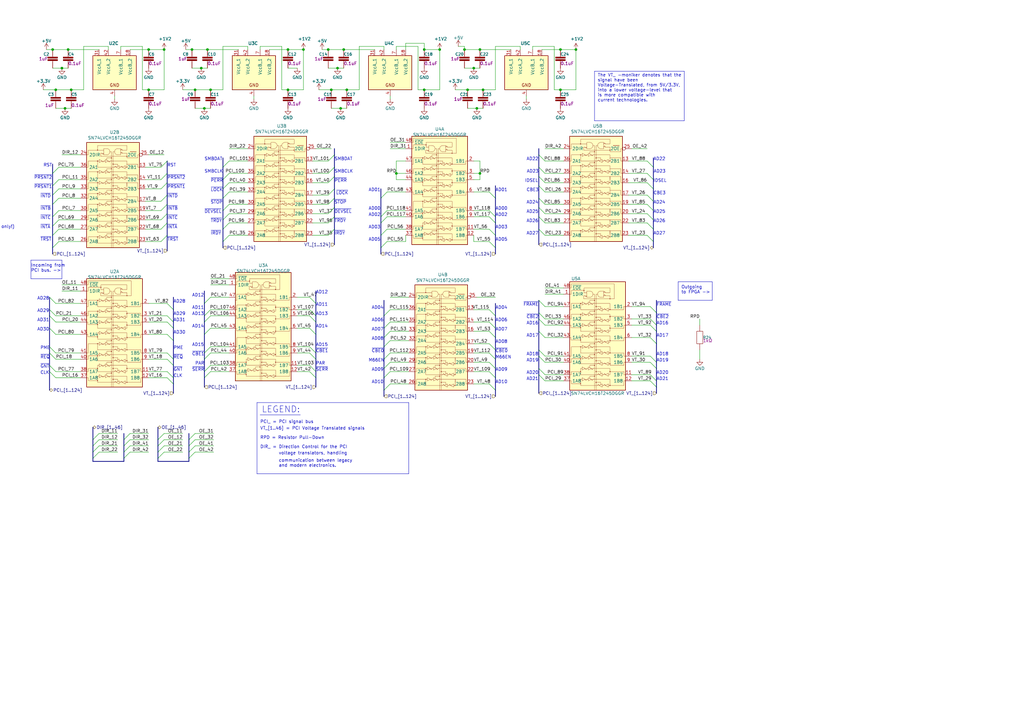
<source format=kicad_sch>
(kicad_sch (version 20230121) (generator eeschema)
  (paper "A3")
  (title_block (title "Open SVGA") (rev "0.14") (comment 1 "Copyright DoomN00b"))
  (junction (at 26.67 44.45))
  (junction (at 229.87 20.32))
  (junction (at 173.99 36.83))
  (junction (at 198.12 36.83))
  (junction (at 124.46 20.32))
  (junction (at 118.11 20.32))
  (junction (at 180.34 20.32))
  (junction (at 60.96 20.32))
  (junction (at 86.36 36.83))
  (junction (at 140.97 20.32))
  (junction (at 135.89 36.83))
  (junction (at 134.62 20.32))
  (junction (at 21.59 20.32))
  (junction (at 196.85 71.12))
  (junction (at 29.21 36.83))
  (junction (at 173.99 20.32))
  (junction (at 80.01 36.83))
  (junction (at 67.31 20.32))
  (junction (at 191.77 36.83))
  (junction (at 82.55 27.94))
  (junction (at 195.58 44.45))
  (junction (at 162.56 71.12))
  (junction (at 25.4 27.94))
  (junction (at 85.09 20.32))
  (junction (at 229.87 36.83))
  (junction (at 78.74 20.32))
  (junction (at 236.22 20.32))
  (junction (at 22.86 36.83))
  (junction (at 118.11 36.83))
  (junction (at 138.43 27.94))
  (junction (at 190.5 20.32))
  (junction (at 139.7 44.45))
  (junction (at 83.82 44.45))
  (junction (at 196.85 20.32))
  (junction (at 60.96 36.83))
  (junction (at 27.94 20.32))
  (junction (at 194.31 27.94))
  (junction (at 142.24 36.83))
  (bus_entry (at 265.43 74.93) (size 2.54 2.54))
  (bus_entry (at 68.58 129.54) (size 2.54 2.54))
  (bus_entry (at 266.7 130.81) (size 2.54 2.54))
  (bus_entry (at 266.7 156.21) (size 2.54 2.54))
  (bus_entry (at 68.58 137.16) (size 2.54 2.54))
  (bus_entry (at 66.04 99.06) (size 2.54 -2.54))
  (bus_entry (at 83.82 154.94) (size 2.54 -2.54))
  (bus_entry (at 68.58 154.94) (size 2.54 2.54))
  (bus_entry (at 265.43 91.44) (size 2.54 2.54))
  (bus_entry (at 64.77 185.42) (size 2.54 -2.54))
  (bus_entry (at 20.32 129.54) (size 2.54 2.54))
  (bus_entry (at 83.82 147.32) (size 2.54 -2.54))
  (bus_entry (at 137.16 93.98) (size -2.54 2.54))
  (bus_entry (at 64.77 180.34) (size 2.54 -2.54))
  (bus_entry (at 266.7 133.35) (size 2.54 2.54))
  (bus_entry (at 200.66 127) (size 2.54 2.54))
  (bus_entry (at 50.8 187.96) (size 2.54 -2.54))
  (bus_entry (at 157.48 151.13) (size 2.54 -2.54))
  (bus_entry (at 265.43 66.04) (size 2.54 2.54))
  (bus_entry (at 157.48 147.32) (size 2.54 -2.54))
  (bus_entry (at 266.7 146.05) (size 2.54 2.54))
  (bus_entry (at 50.8 185.42) (size 2.54 -2.54))
  (bus_entry (at 160.02 135.89) (size -2.54 2.54))
  (bus_entry (at 66.04 90.17) (size 2.54 -2.54))
  (bus_entry (at 265.43 80.01) (size 2.54 2.54))
  (bus_entry (at 266.7 153.67) (size 2.54 2.54))
  (bus_entry (at 93.98 91.44) (size -2.54 2.54))
  (bus_entry (at 68.58 152.4) (size 2.54 2.54))
  (bus_entry (at 68.58 132.08) (size 2.54 2.54))
  (bus_entry (at 265.43 87.63) (size 2.54 2.54))
  (bus_entry (at 127 121.92) (size 2.54 2.54))
  (bus_entry (at 86.36 142.24) (size -2.54 2.54))
  (bus_entry (at 157.48 142.24) (size 2.54 -2.54))
  (bus_entry (at 223.52 156.21) (size -2.54 -2.54))
  (bus_entry (at 158.75 88.9) (size -2.54 2.54))
  (bus_entry (at 22.86 147.32) (size -2.54 -2.54))
  (bus_entry (at 134.62 80.01) (size 2.54 -2.54))
  (bus_entry (at 38.1 187.96) (size 2.54 -2.54))
  (bus_entry (at 160.02 152.4) (size -2.54 2.54))
  (bus_entry (at 223.52 125.73) (size -2.54 -2.54))
  (bus_entry (at 66.04 68.58) (size 2.54 -2.54))
  (bus_entry (at 265.43 96.52) (size 2.54 2.54))
  (bus_entry (at 223.52 148.59) (size -2.54 -2.54))
  (bus_entry (at 93.98 87.63) (size -2.54 2.54))
  (bus_entry (at 223.52 153.67) (size -2.54 -2.54))
  (bus_entry (at 77.47 182.88) (size 2.54 -2.54))
  (bus_entry (at 91.44 73.66) (size 2.54 -2.54))
  (bus_entry (at 223.52 71.12) (size -2.54 -2.54))
  (bus_entry (at 156.21 101.6) (size 2.54 -2.54))
  (bus_entry (at 66.04 93.98) (size 2.54 -2.54))
  (bus_entry (at 86.36 127) (size -2.54 2.54))
  (bus_entry (at 134.62 83.82) (size 2.54 -2.54))
  (bus_entry (at 21.59 88.9) (size 2.54 -2.54))
  (bus_entry (at 66.04 82.55) (size 2.54 -2.54))
  (bus_entry (at 83.82 137.16) (size 2.54 -2.54))
  (bus_entry (at 21.59 83.82) (size 2.54 -2.54))
  (bus_entry (at 83.82 124.46) (size 2.54 -2.54))
  (bus_entry (at 266.7 125.73) (size 2.54 2.54))
  (bus_entry (at 66.04 86.36) (size 2.54 -2.54))
  (bus_entry (at 200.66 152.4) (size 2.54 2.54))
  (bus_entry (at 38.1 180.34) (size 2.54 -2.54))
  (bus_entry (at 200.66 148.59) (size 2.54 2.54))
  (bus_entry (at 50.8 182.88) (size 2.54 -2.54))
  (bus_entry (at 20.32 127) (size 2.54 2.54))
  (bus_entry (at 200.66 88.9) (size 2.54 2.54))
  (bus_entry (at 127 134.62) (size 2.54 2.54))
  (bus_entry (at 93.98 96.52) (size -2.54 2.54))
  (bus_entry (at 156.21 81.28) (size 2.54 -2.54))
  (bus_entry (at 50.8 180.34) (size 2.54 -2.54))
  (bus_entry (at 137.16 85.09) (size -2.54 2.54))
  (bus_entry (at 200.66 86.36) (size 2.54 2.54))
  (bus_entry (at 77.47 187.96) (size 2.54 -2.54))
  (bus_entry (at 223.52 83.82) (size -2.54 -2.54))
  (bus_entry (at 68.58 144.78) (size 2.54 2.54))
  (bus_entry (at 66.04 77.47) (size 2.54 -2.54))
  (bus_entry (at 223.52 138.43) (size -2.54 -2.54))
  (bus_entry (at 223.52 66.04) (size -2.54 -2.54))
  (bus_entry (at 160.02 127) (size -2.54 2.54))
  (bus_entry (at 127 142.24) (size 2.54 2.54))
  (bus_entry (at 266.7 148.59) (size 2.54 2.54))
  (bus_entry (at 265.43 71.12) (size 2.54 2.54))
  (bus_entry (at 200.66 140.97) (size 2.54 2.54))
  (bus_entry (at 68.58 147.32) (size 2.54 2.54))
  (bus_entry (at 200.66 93.98) (size 2.54 2.54))
  (bus_entry (at 21.59 71.12) (size 2.54 -2.54))
  (bus_entry (at 68.58 124.46) (size 2.54 2.54))
  (bus_entry (at 127 129.54) (size 2.54 2.54))
  (bus_entry (at 86.36 149.86) (size -2.54 2.54))
  (bus_entry (at 21.59 101.6) (size 2.54 -2.54))
  (bus_entry (at 223.52 91.44) (size -2.54 -2.54))
  (bus_entry (at 134.62 66.04) (size 2.54 -2.54))
  (bus_entry (at 64.77 187.96) (size 2.54 -2.54))
  (bus_entry (at 21.59 76.2) (size 2.54 -2.54))
  (bus_entry (at 266.7 138.43) (size 2.54 2.54))
  (bus_entry (at 137.16 88.9) (size -2.54 2.54))
  (bus_entry (at 223.52 146.05) (size -2.54 -2.54))
  (bus_entry (at 21.59 80.01) (size 2.54 -2.54))
  (bus_entry (at 160.02 132.08) (size -2.54 2.54))
  (bus_entry (at 220.98 130.81) (size 2.54 2.54))
  (bus_entry (at 200.66 132.08) (size 2.54 2.54))
  (bus_entry (at 200.66 99.06) (size 2.54 2.54))
  (bus_entry (at 22.86 144.78) (size -2.54 -2.54))
  (bus_entry (at 38.1 182.88) (size 2.54 -2.54))
  (bus_entry (at 127 152.4) (size 2.54 2.54))
  (bus_entry (at 66.04 73.66) (size 2.54 -2.54))
  (bus_entry (at 220.98 72.39) (size 2.54 2.54))
  (bus_entry (at 127 144.78) (size 2.54 2.54))
  (bus_entry (at 200.66 144.78) (size 2.54 2.54))
  (bus_entry (at 86.36 129.54) (size -2.54 2.54))
  (bus_entry (at 220.98 93.98) (size 2.54 2.54))
  (bus_entry (at 22.86 124.46) (size -2.54 -2.54))
  (bus_entry (at 20.32 149.86) (size 2.54 2.54))
  (bus_entry (at 77.47 180.34) (size 2.54 -2.54))
  (bus_entry (at 64.77 182.88) (size 2.54 -2.54))
  (bus_entry (at 77.47 185.42) (size 2.54 -2.54))
  (bus_entry (at 200.66 157.48) (size 2.54 2.54))
  (bus_entry (at 21.59 92.71) (size 2.54 -2.54))
  (bus_entry (at 127 127) (size 2.54 2.54))
  (bus_entry (at 21.59 96.52) (size 2.54 -2.54))
  (bus_entry (at 20.32 152.4) (size 2.54 2.54))
  (bus_entry (at 127 149.86) (size 2.54 2.54))
  (bus_entry (at 158.75 86.36) (size -2.54 2.54))
  (bus_entry (at 200.66 78.74) (size 2.54 2.54))
  (bus_entry (at 91.44 77.47) (size 2.54 -2.54))
  (bus_entry (at 223.52 130.81) (size -2.54 -2.54))
  (bus_entry (at 20.32 134.62) (size 2.54 2.54))
  (bus_entry (at 157.48 160.02) (size 2.54 -2.54))
  (bus_entry (at 156.21 96.52) (size 2.54 -2.54))
  (bus_entry (at 134.62 71.12) (size 2.54 -2.54))
  (bus_entry (at 91.44 86.36) (size 2.54 -2.54))
  (bus_entry (at 220.98 85.09) (size 2.54 2.54))
  (bus_entry (at 93.98 78.74) (size -2.54 2.54))
  (bus_entry (at 93.98 66.04) (size -2.54 2.54))
  (bus_entry (at 265.43 83.82) (size 2.54 2.54))
  (bus_entry (at 134.62 74.93) (size 2.54 -2.54))
  (bus_entry (at 38.1 185.42) (size 2.54 -2.54))
  (bus_entry (at 220.98 76.2) (size 2.54 2.54))
  (bus_entry (at 200.66 135.89) (size 2.54 2.54))
  (bus (pts (xy 203.2 154.94) (xy 203.2 160.02)))
  (wire (pts (xy 59.69 90.17) (xy 66.04 90.17)))
  (bus (pts (xy 156.21 81.28) (xy 156.21 88.9)))
  (wire (pts (xy 160.02 157.48) (xy 167.64 157.48)))
  (wire (pts (xy 223.52 74.93) (xy 231.14 74.93)))
  (wire (pts (xy 223.52 120.65) (xy 231.14 120.65)))
  (bus (pts (xy 220.98 128.27) (xy 220.98 130.81)))
  (wire (pts (xy 229.87 36.83) (xy 236.22 36.83)))
  (wire (pts (xy 86.36 114.3) (xy 93.98 114.3)))
  (wire (pts (xy 93.98 116.84) (xy 86.36 116.84)))
  (bus (pts (xy 137.16 93.98) (xy 137.16 100.33)))
  (bus (pts (xy 157.48 134.62) (xy 157.48 138.43)))
  (wire (pts (xy 257.81 96.52) (xy 265.43 96.52)))
  (wire (pts (xy 60.96 129.54) (xy 68.58 129.54)))
  (bus (pts (xy 68.58 71.12) (xy 68.58 74.93)))
  (wire (pts (xy 166.37 96.52) (xy 166.37 99.06)))
  (bus (pts (xy 220.98 81.28) (xy 220.98 85.09)))
  (bus (pts (xy 129.54 144.78) (xy 129.54 147.32)))
  (wire (pts (xy 257.81 83.82) (xy 265.43 83.82)))
  (wire (pts (xy 213.36 19.05) (xy 213.36 20.32)))
  (bus (pts (xy 20.32 121.92) (xy 20.32 127)))
  (wire (pts (xy 40.64 177.8) (xy 48.26 177.8)))
  (bus (pts (xy 64.77 187.96) (xy 64.77 189.23)))
  (wire (pts (xy 101.6 60.96) (xy 93.98 60.96)))
  (bus (pts (xy 220.98 153.67) (xy 220.98 161.29)))
  (bus (pts (xy 71.12 149.86) (xy 71.12 154.94)))
  (wire (pts (xy 231.14 60.96) (xy 223.52 60.96)))
  (bus (pts (xy 220.98 76.2) (xy 220.98 81.28)))
  (bus (pts (xy 137.16 81.28) (xy 137.16 85.09)))
  (wire (pts (xy 60.96 182.88) (xy 53.34 182.88)))
  (wire (pts (xy 147.32 19.05) (xy 157.48 19.05)))
  (bus (pts (xy 20.32 129.54) (xy 20.32 134.62)))
  (wire (pts (xy 134.62 27.94) (xy 138.43 27.94)))
  (wire (pts (xy 60.96 36.83) (xy 67.31 36.83)))
  (wire (pts (xy 158.75 78.74) (xy 166.37 78.74)))
  (wire (pts (xy 128.27 87.63) (xy 134.62 87.63)))
  (bus (pts (xy 269.24 158.75) (xy 269.24 161.29)))
  (wire (pts (xy 22.86 124.46) (xy 33.02 124.46)))
  (wire (pts (xy 93.98 71.12) (xy 101.6 71.12)))
  (wire (pts (xy 80.01 180.34) (xy 87.63 180.34)))
  (bus (pts (xy 71.12 154.94) (xy 71.12 157.48)))
  (bus (pts (xy 83.82 132.08) (xy 83.82 137.16)))
  (bus (pts (xy 64.77 182.88) (xy 64.77 185.42)))
  (bus (pts (xy 91.44 68.58) (xy 91.44 73.66)))
  (bus (pts (xy 91.44 81.28) (xy 91.44 86.36)))
  (wire (pts (xy 257.81 87.63) (xy 265.43 87.63)))
  (bus (pts (xy 77.47 185.42) (xy 77.47 187.96)))
  (bus (pts (xy 83.82 137.16) (xy 83.82 144.78)))
  (polyline (pts (xy 167.64 165.1) (xy 167.64 194.31)))
  (wire (pts (xy 287.02 133.35) (xy 287.02 130.81)))
  (bus (pts (xy 267.97 90.17) (xy 267.97 93.98)))
  (wire (pts (xy 259.08 60.96) (xy 265.43 60.96)))
  (bus (pts (xy 64.77 189.23) (xy 77.47 189.23)))
  (bus (pts (xy 20.32 127) (xy 20.32 129.54)))
  (wire (pts (xy 60.96 180.34) (xy 53.34 180.34)))
  (bus (pts (xy 21.59 88.9) (xy 21.59 92.71)))
  (bus (pts (xy 220.98 93.98) (xy 220.98 100.33)))
  (wire (pts (xy 166.37 17.78) (xy 166.37 20.32)))
  (wire (pts (xy 259.08 125.73) (xy 266.7 125.73)))
  (wire (pts (xy 194.31 66.04) (xy 196.85 66.04)))
  (bus (pts (xy 156.21 91.44) (xy 156.21 96.52)))
  (wire (pts (xy 160.02 127) (xy 167.64 127)))
  (bus (pts (xy 156.21 88.9) (xy 156.21 91.44)))
  (bus (pts (xy 38.1 175.26) (xy 38.1 180.34)))
  (bus (pts (xy 68.58 66.04) (xy 68.58 71.12)))
  (bus (pts (xy 203.2 160.02) (xy 203.2 162.56)))
  (bus (pts (xy 91.44 90.17) (xy 91.44 93.98)))
  (wire (pts (xy 158.75 93.98) (xy 166.37 93.98)))
  (wire (pts (xy 49.53 20.32) (xy 49.53 19.05)))
  (wire (pts (xy 48.26 182.88) (xy 40.64 182.88)))
  (wire (pts (xy 121.92 144.78) (xy 127 144.78)))
  (wire (pts (xy 34.29 36.83) (xy 34.29 19.05)))
  (bus (pts (xy 267.97 99.06) (xy 267.97 101.6)))
  (bus (pts (xy 71.12 147.32) (xy 71.12 149.86)))
  (wire (pts (xy 21.59 20.32) (xy 27.94 20.32)))
  (wire (pts (xy 257.81 91.44) (xy 265.43 91.44)))
  (wire (pts (xy 194.31 99.06) (xy 194.31 96.52)))
  (wire (pts (xy 128.27 74.93) (xy 134.62 74.93)))
  (wire (pts (xy 76.2 20.32) (xy 78.74 20.32)))
  (wire (pts (xy 166.37 71.12) (xy 162.56 71.12)))
  (wire (pts (xy 60.96 20.32) (xy 53.34 20.32)))
  (bus (pts (xy 203.2 88.9) (xy 203.2 91.44)))
  (wire (pts (xy 223.52 96.52) (xy 231.14 96.52)))
  (wire (pts (xy 25.4 116.84) (xy 33.02 116.84)))
  (wire (pts (xy 194.31 73.66) (xy 196.85 73.66)))
  (bus (pts (xy 220.98 68.58) (xy 220.98 72.39)))
  (wire (pts (xy 60.96 185.42) (xy 53.34 185.42)))
  (wire (pts (xy 60.96 144.78) (xy 68.58 144.78)))
  (bus (pts (xy 64.77 175.26) (xy 64.77 180.34)))
  (bus (pts (xy 137.16 68.58) (xy 137.16 72.39)))
  (bus (pts (xy 68.58 74.93) (xy 68.58 80.01)))
  (wire (pts (xy 101.6 83.82) (xy 93.98 83.82)))
  (wire (pts (xy 44.45 19.05) (xy 44.45 20.32)))
  (wire (pts (xy 139.7 44.45) (xy 142.24 44.45)))
  (wire (pts (xy 33.02 73.66) (xy 24.13 73.66)))
  (wire (pts (xy 121.92 149.86) (xy 127 149.86)))
  (wire (pts (xy 257.81 74.93) (xy 265.43 74.93)))
  (wire (pts (xy 34.29 19.05) (xy 44.45 19.05)))
  (wire (pts (xy 140.97 20.32) (xy 153.67 20.32)))
  (bus (pts (xy 68.58 83.82) (xy 68.58 87.63)))
  (wire (pts (xy 162.56 73.66) (xy 166.37 73.66)))
  (polyline (pts (xy 280.67 49.53) (xy 280.67 29.21)))
  (wire (pts (xy 22.86 144.78) (xy 33.02 144.78)))
  (bus (pts (xy 20.32 142.24) (xy 20.32 144.78)))
  (bus (pts (xy 68.58 96.52) (xy 68.58 102.87)))
  (bus (pts (xy 203.2 101.6) (xy 203.2 104.14)))
  (bus (pts (xy 137.16 60.96) (xy 137.16 63.5)))
  (wire (pts (xy 33.02 77.47) (xy 24.13 77.47)))
  (wire (pts (xy 194.31 132.08) (xy 200.66 132.08)))
  (wire (pts (xy 74.93 36.83) (xy 80.01 36.83)))
  (wire (pts (xy 22.86 36.83) (xy 29.21 36.83)))
  (wire (pts (xy 160.02 135.89) (xy 167.64 135.89)))
  (wire (pts (xy 223.52 78.74) (xy 231.14 78.74)))
  (wire (pts (xy 162.56 71.12) (xy 162.56 73.66)))
  (polyline (pts (xy 105.41 194.31) (xy 105.41 165.1)))
  (wire (pts (xy 231.14 118.11) (xy 223.52 118.11)))
  (bus (pts (xy 269.24 156.21) (xy 269.24 158.75)))
  (wire (pts (xy 166.37 66.04) (xy 162.56 66.04)))
  (wire (pts (xy 121.92 129.54) (xy 127 129.54)))
  (wire (pts (xy 78.74 20.32) (xy 85.09 20.32)))
  (bus (pts (xy 83.82 129.54) (xy 83.82 132.08)))
  (bus (pts (xy 21.59 71.12) (xy 21.59 76.2)))
  (bus (pts (xy 68.58 91.44) (xy 68.58 96.52)))
  (wire (pts (xy 60.96 132.08) (xy 68.58 132.08)))
  (wire (pts (xy 121.92 142.24) (xy 127 142.24)))
  (wire (pts (xy 93.98 96.52) (xy 101.6 96.52)))
  (bus (pts (xy 71.12 127) (xy 71.12 132.08)))
  (wire (pts (xy 59.69 82.55) (xy 66.04 82.55)))
  (wire (pts (xy 196.85 20.32) (xy 209.55 20.32)))
  (bus (pts (xy 203.2 91.44) (xy 203.2 96.52)))
  (bus (pts (xy 203.2 76.2) (xy 203.2 81.28)))
  (wire (pts (xy 86.36 144.78) (xy 93.98 144.78)))
  (wire (pts (xy 236.22 20.32) (xy 229.87 20.32)))
  (bus (pts (xy 21.59 67.31) (xy 21.59 71.12)))
  (wire (pts (xy 173.99 17.78) (xy 166.37 17.78)))
  (wire (pts (xy 135.89 44.45) (xy 139.7 44.45)))
  (wire (pts (xy 171.45 19.05) (xy 171.45 36.83)))
  (wire (pts (xy 106.68 20.32) (xy 106.68 19.05)))
  (bus (pts (xy 77.47 177.8) (xy 77.47 180.34)))
  (wire (pts (xy 259.08 133.35) (xy 266.7 133.35)))
  (bus (pts (xy 156.21 96.52) (xy 156.21 101.6)))
  (wire (pts (xy 173.99 36.83) (xy 180.34 36.83)))
  (wire (pts (xy 223.52 87.63) (xy 231.14 87.63)))
  (bus (pts (xy 220.98 146.05) (xy 220.98 151.13)))
  (wire (pts (xy 158.75 99.06) (xy 166.37 99.06)))
  (wire (pts (xy 26.67 44.45) (xy 29.21 44.45)))
  (wire (pts (xy 194.31 71.12) (xy 196.85 71.12)))
  (polyline (pts (xy 105.41 165.1) (xy 167.64 165.1)))
  (bus (pts (xy 129.54 152.4) (xy 129.54 154.94)))
  (wire (pts (xy 162.56 20.32) (xy 162.56 19.05)))
  (wire (pts (xy 87.63 185.42) (xy 80.01 185.42)))
  (wire (pts (xy 191.77 36.83) (xy 198.12 36.83)))
  (polyline (pts (xy 12.7 106.68) (xy 12.7 114.3)))
  (bus (pts (xy 50.8 177.8) (xy 50.8 180.34)))
  (bus (pts (xy 91.44 77.47) (xy 91.44 81.28)))
  (polyline (pts (xy 243.84 29.21) (xy 243.84 49.53)))
  (wire (pts (xy 82.55 27.94) (xy 85.09 27.94)))
  (bus (pts (xy 20.32 152.4) (xy 20.32 160.02)))
  (wire (pts (xy 132.08 20.32) (xy 134.62 20.32)))
  (wire (pts (xy 91.44 36.83) (xy 91.44 19.05)))
  (bus (pts (xy 220.98 72.39) (xy 220.98 76.2)))
  (wire (pts (xy 194.31 152.4) (xy 200.66 152.4)))
  (wire (pts (xy 53.34 177.8) (xy 60.96 177.8)))
  (polyline (pts (xy 243.84 29.21) (xy 280.67 29.21)))
  (bus (pts (xy 157.48 142.24) (xy 157.48 147.32)))
  (wire (pts (xy 128.27 71.12) (xy 134.62 71.12)))
  (wire (pts (xy 17.78 36.83) (xy 22.86 36.83)))
  (wire (pts (xy 257.81 71.12) (xy 265.43 71.12)))
  (bus (pts (xy 91.44 86.36) (xy 91.44 90.17)))
  (bus (pts (xy 220.98 85.09) (xy 220.98 88.9)))
  (wire (pts (xy 22.86 152.4) (xy 33.02 152.4)))
  (wire (pts (xy 128.27 80.01) (xy 134.62 80.01)))
  (wire (pts (xy 33.02 147.32) (xy 22.86 147.32)))
  (wire (pts (xy 203.2 36.83) (xy 203.2 19.05)))
  (bus (pts (xy 20.32 134.62) (xy 20.32 142.24)))
  (wire (pts (xy 78.74 27.94) (xy 82.55 27.94)))
  (bus (pts (xy 220.98 130.81) (xy 220.98 135.89)))
  (bus (pts (xy 83.82 119.38) (xy 83.82 124.46)))
  (bus (pts (xy 50.8 185.42) (xy 50.8 187.96)))
  (bus (pts (xy 129.54 129.54) (xy 129.54 132.08)))
  (wire (pts (xy 194.31 93.98) (xy 200.66 93.98)))
  (wire (pts (xy 259.08 138.43) (xy 266.7 138.43)))
  (bus (pts (xy 267.97 64.77) (xy 267.97 68.58)))
  (bus (pts (xy 91.44 73.66) (xy 91.44 77.47)))
  (bus (pts (xy 38.1 180.34) (xy 38.1 182.88)))
  (wire (pts (xy 67.31 36.83) (xy 67.31 20.32)))
  (bus (pts (xy 203.2 151.13) (xy 203.2 154.94)))
  (bus (pts (xy 156.21 77.47) (xy 156.21 81.28)))
  (wire (pts (xy 135.89 36.83) (xy 142.24 36.83)))
  (wire (pts (xy 259.08 153.67) (xy 266.7 153.67)))
  (bus (pts (xy 269.24 123.19) (xy 269.24 128.27)))
  (wire (pts (xy 24.13 86.36) (xy 33.02 86.36)))
  (wire (pts (xy 93.98 78.74) (xy 101.6 78.74)))
  (bus (pts (xy 157.48 123.19) (xy 157.48 129.54)))
  (bus (pts (xy 220.98 123.19) (xy 220.98 128.27)))
  (wire (pts (xy 60.96 154.94) (xy 68.58 154.94)))
  (wire (pts (xy 194.31 157.48) (xy 200.66 157.48)))
  (bus (pts (xy 269.24 148.59) (xy 269.24 151.13)))
  (bus (pts (xy 269.24 135.89) (xy 269.24 140.97)))
  (wire (pts (xy 80.01 36.83) (xy 86.36 36.83)))
  (wire (pts (xy 196.85 71.12) (xy 196.85 73.66)))
  (wire (pts (xy 160.02 132.08) (xy 167.64 132.08)))
  (bus (pts (xy 38.1 189.23) (xy 50.8 189.23)))
  (bus (pts (xy 64.77 180.34) (xy 64.77 182.88)))
  (bus (pts (xy 220.98 135.89) (xy 220.98 143.51)))
  (bus (pts (xy 71.12 132.08) (xy 71.12 134.62)))
  (wire (pts (xy 21.59 27.94) (xy 25.4 27.94)))
  (bus (pts (xy 129.54 147.32) (xy 129.54 152.4)))
  (wire (pts (xy 59.69 93.98) (xy 66.04 93.98)))
  (wire (pts (xy 59.69 73.66) (xy 66.04 73.66)))
  (bus (pts (xy 71.12 121.92) (xy 71.12 127)))
  (wire (pts (xy 194.31 127) (xy 200.66 127)))
  (wire (pts (xy 86.36 129.54) (xy 93.98 129.54)))
  (wire (pts (xy 67.31 185.42) (xy 74.93 185.42)))
  (wire (pts (xy 115.57 36.83) (xy 118.11 36.83)))
  (wire (pts (xy 91.44 19.05) (xy 101.6 19.05)))
  (wire (pts (xy 60.96 63.5) (xy 67.31 63.5)))
  (wire (pts (xy 196.85 66.04) (xy 196.85 71.12)))
  (bus (pts (xy 203.2 138.43) (xy 203.2 143.51)))
  (wire (pts (xy 87.63 177.8) (xy 80.01 177.8)))
  (wire (pts (xy 259.08 146.05) (xy 266.7 146.05)))
  (bus (pts (xy 20.32 144.78) (xy 20.32 149.86)))
  (bus (pts (xy 83.82 144.78) (xy 83.82 147.32)))
  (wire (pts (xy 180.34 20.32) (xy 173.99 20.32)))
  (wire (pts (xy 130.81 36.83) (xy 135.89 36.83)))
  (bus (pts (xy 157.48 129.54) (xy 157.48 134.62)))
  (wire (pts (xy 231.14 125.73) (xy 223.52 125.73)))
  (wire (pts (xy 173.99 20.32) (xy 173.99 17.78)))
  (wire (pts (xy 129.54 60.96) (xy 135.89 60.96)))
  (polyline (pts (xy 25.4 106.68) (xy 12.7 106.68)))
  (polyline (pts (xy 292.1 115.57) (xy 278.13 115.57)))
  (wire (pts (xy 227.33 36.83) (xy 229.87 36.83)))
  (wire (pts (xy 60.96 124.46) (xy 68.58 124.46)))
  (polyline (pts (xy 292.1 123.19) (xy 292.1 115.57)))
  (bus (pts (xy 21.59 96.52) (xy 21.59 101.6)))
  (wire (pts (xy 162.56 19.05) (xy 171.45 19.05)))
  (bus (pts (xy 137.16 85.09) (xy 137.16 88.9)))
  (wire (pts (xy 195.58 121.92) (xy 203.2 121.92)))
  (wire (pts (xy 190.5 20.32) (xy 196.85 20.32)))
  (wire (pts (xy 67.31 20.32) (xy 60.96 20.32)))
  (polyline (pts (xy 167.64 194.31) (xy 105.41 194.31)))
  (bus (pts (xy 137.16 77.47) (xy 137.16 81.28)))
  (wire (pts (xy 190.5 20.32) (xy 190.5 19.05)))
  (bus (pts (xy 220.98 60.96) (xy 220.98 63.5)))
  (bus (pts (xy 71.12 139.7) (xy 71.12 147.32)))
  (wire (pts (xy 195.58 44.45) (xy 198.12 44.45)))
  (wire (pts (xy 229.87 20.32) (xy 222.25 20.32)))
  (wire (pts (xy 194.31 99.06) (xy 200.66 99.06)))
  (wire (pts (xy 198.12 36.83) (xy 203.2 36.83)))
  (wire (pts (xy 24.13 68.58) (xy 33.02 68.58)))
  (wire (pts (xy 194.31 135.89) (xy 200.66 135.89)))
  (wire (pts (xy 80.01 44.45) (xy 83.82 44.45)))
  (bus (pts (xy 220.98 143.51) (xy 220.98 146.05)))
  (wire (pts (xy 86.36 127) (xy 93.98 127)))
  (wire (pts (xy 33.02 119.38) (xy 25.4 119.38)))
  (wire (pts (xy 203.2 19.05) (xy 213.36 19.05)))
  (wire (pts (xy 194.31 144.78) (xy 200.66 144.78)))
  (bus (pts (xy 77.47 187.96) (xy 77.47 189.23)))
  (wire (pts (xy 22.86 154.94) (xy 33.02 154.94)))
  (wire (pts (xy 60.96 137.16) (xy 68.58 137.16)))
  (polyline (pts (xy 106.68 170.18) (xy 123.19 170.18)))
  (wire (pts (xy 121.92 134.62) (xy 127 134.62)))
  (bus (pts (xy 38.1 187.96) (xy 38.1 189.23)))
  (wire (pts (xy 128.27 96.52) (xy 134.62 96.52)))
  (wire (pts (xy 194.31 27.94) (xy 196.85 27.94)))
  (wire (pts (xy 190.5 27.94) (xy 194.31 27.94)))
  (wire (pts (xy 223.52 71.12) (xy 231.14 71.12)))
  (wire (pts (xy 85.09 20.32) (xy 97.79 20.32)))
  (wire (pts (xy 118.11 20.32) (xy 110.49 20.32)))
  (bus (pts (xy 21.59 101.6) (xy 21.59 104.14)))
  (bus (pts (xy 203.2 129.54) (xy 203.2 134.62)))
  (bus (pts (xy 21.59 76.2) (xy 21.59 80.01)))
  (wire (pts (xy 166.37 58.42) (xy 160.02 58.42)))
  (wire (pts (xy 40.64 185.42) (xy 48.26 185.42)))
  (wire (pts (xy 259.08 148.59) (xy 266.7 148.59)))
  (wire (pts (xy 86.36 149.86) (xy 93.98 149.86)))
  (wire (pts (xy 128.27 83.82) (xy 134.62 83.82)))
  (wire (pts (xy 24.13 93.98) (xy 33.02 93.98)))
  (wire (pts (xy 134.62 20.32) (xy 140.97 20.32)))
  (wire (pts (xy 40.64 180.34) (xy 48.26 180.34)))
  (wire (pts (xy 49.53 19.05) (xy 58.42 19.05)))
  (wire (pts (xy 223.52 148.59) (xy 231.14 148.59)))
  (polyline (pts (xy 25.4 114.3) (xy 25.4 106.68)))
  (bus (pts (xy 157.48 154.94) (xy 157.48 160.02)))
  (wire (pts (xy 194.31 86.36) (xy 200.66 86.36)))
  (wire (pts (xy 33.02 81.28) (xy 24.13 81.28)))
  (wire (pts (xy 121.92 127) (xy 127 127)))
  (wire (pts (xy 67.31 182.88) (xy 74.93 182.88)))
  (wire (pts (xy 22.86 44.45) (xy 26.67 44.45)))
  (bus (pts (xy 21.59 80.01) (xy 21.59 83.82)))
  (polyline (pts (xy 278.13 123.19) (xy 292.1 123.19)))
  (wire (pts (xy 167.64 121.92) (xy 160.02 121.92)))
  (bus (pts (xy 77.47 182.88) (xy 77.47 185.42)))
  (wire (pts (xy 22.86 137.16) (xy 33.02 137.16)))
  (wire (pts (xy 194.31 148.59) (xy 200.66 148.59)))
  (wire (pts (xy 194.31 140.97) (xy 200.66 140.97)))
  (wire (pts (xy 22.86 132.08) (xy 33.02 132.08)))
  (wire (pts (xy 58.42 19.05) (xy 58.42 36.83)))
  (wire (pts (xy 142.24 36.83) (xy 147.32 36.83)))
  (bus (pts (xy 267.97 73.66) (xy 267.97 77.47)))
  (wire (pts (xy 101.6 91.44) (xy 93.98 91.44)))
  (polyline (pts (xy 12.7 114.3) (xy 25.4 114.3)))
  (wire (pts (xy 59.69 86.36) (xy 66.04 86.36)))
  (wire (pts (xy 223.52 146.05) (xy 231.14 146.05)))
  (wire (pts (xy 128.27 91.44) (xy 134.62 91.44)))
  (bus (pts (xy 269.24 140.97) (xy 269.24 148.59)))
  (bus (pts (xy 91.44 93.98) (xy 91.44 99.06)))
  (wire (pts (xy 104.14 40.64) (xy 104.14 39.37)))
  (bus (pts (xy 20.32 149.86) (xy 20.32 152.4)))
  (bus (pts (xy 129.54 132.08) (xy 129.54 137.16)))
  (wire (pts (xy 83.82 44.45) (xy 86.36 44.45)))
  (wire (pts (xy 191.77 44.45) (xy 195.58 44.45)))
  (wire (pts (xy 190.5 19.05) (xy 187.96 19.05)))
  (bus (pts (xy 157.48 147.32) (xy 157.48 151.13)))
  (wire (pts (xy 124.46 20.32) (xy 118.11 20.32)))
  (wire (pts (xy 215.9 40.64) (xy 215.9 39.37)))
  (bus (pts (xy 137.16 88.9) (xy 137.16 93.98)))
  (wire (pts (xy 259.08 156.21) (xy 266.7 156.21)))
  (wire (pts (xy 223.52 91.44) (xy 231.14 91.44)))
  (bus (pts (xy 137.16 63.5) (xy 137.16 68.58)))
  (bus (pts (xy 269.24 151.13) (xy 269.24 156.21)))
  (bus (pts (xy 220.98 63.5) (xy 220.98 68.58)))
  (wire (pts (xy 223.52 138.43) (xy 231.14 138.43)))
  (wire (pts (xy 19.05 20.32) (xy 21.59 20.32)))
  (wire (pts (xy 101.6 74.93) (xy 93.98 74.93)))
  (wire (pts (xy 86.36 134.62) (xy 93.98 134.62)))
  (wire (pts (xy 67.31 177.8) (xy 74.93 177.8)))
  (wire (pts (xy 160.02 40.64) (xy 160.02 39.37)))
  (wire (pts (xy 60.96 152.4) (xy 68.58 152.4)))
  (wire (pts (xy 121.92 152.4) (xy 127 152.4)))
  (wire (pts (xy 138.43 27.94) (xy 140.97 27.94)))
  (bus (pts (xy 203.2 147.32) (xy 203.2 151.13)))
  (wire (pts (xy 257.81 66.04) (xy 265.43 66.04)))
  (wire (pts (xy 171.45 36.83) (xy 173.99 36.83)))
  (wire (pts (xy 87.63 182.88) (xy 80.01 182.88)))
  (wire (pts (xy 24.13 99.06) (xy 33.02 99.06)))
  (wire (pts (xy 160.02 139.7) (xy 167.64 139.7)))
  (wire (pts (xy 86.36 36.83) (xy 91.44 36.83)))
  (bus (pts (xy 129.54 124.46) (xy 129.54 129.54)))
  (wire (pts (xy 106.68 19.05) (xy 115.57 19.05)))
  (bus (pts (xy 267.97 82.55) (xy 267.97 86.36)))
  (bus (pts (xy 203.2 96.52) (xy 203.2 101.6)))
  (bus (pts (xy 38.1 182.88) (xy 38.1 185.42)))
  (wire (pts (xy 186.69 36.83) (xy 191.77 36.83)))
  (bus (pts (xy 83.82 152.4) (xy 83.82 154.94)))
  (bus (pts (xy 269.24 128.27) (xy 269.24 133.35)))
  (wire (pts (xy 118.11 27.94) (xy 121.92 27.94)))
  (bus (pts (xy 71.12 157.48) (xy 71.12 161.29)))
  (wire (pts (xy 157.48 19.05) (xy 157.48 20.32)))
  (wire (pts (xy 223.52 133.35) (xy 231.14 133.35)))
  (bus (pts (xy 203.2 143.51) (xy 203.2 147.32)))
  (wire (pts (xy 227.33 19.05) (xy 227.33 36.83)))
  (bus (pts (xy 129.54 119.38) (xy 129.54 124.46)))
  (wire (pts (xy 124.46 20.32) (xy 124.46 36.83)))
  (wire (pts (xy 86.36 152.4) (xy 93.98 152.4)))
  (bus (pts (xy 220.98 151.13) (xy 220.98 153.67)))
  (bus (pts (xy 203.2 134.62) (xy 203.2 138.43)))
  (bus (pts (xy 21.59 92.71) (xy 21.59 96.52)))
  (wire (pts (xy 121.92 121.92) (xy 127 121.92)))
  (bus (pts (xy 269.24 133.35) (xy 269.24 135.89)))
  (wire (pts (xy 160.02 152.4) (xy 167.64 152.4)))
  (bus (pts (xy 157.48 138.43) (xy 157.48 142.24)))
  (wire (pts (xy 218.44 20.32) (xy 218.44 19.05)))
  (bus (pts (xy 203.2 81.28) (xy 203.2 88.9)))
  (bus (pts (xy 157.48 151.13) (xy 157.48 154.94)))
  (bus (pts (xy 157.48 160.02) (xy 157.48 162.56)))
  (bus (pts (xy 267.97 86.36) (xy 267.97 90.17)))
  (wire (pts (xy 58.42 36.83) (xy 60.96 36.83)))
  (wire (pts (xy 118.11 36.83) (xy 124.46 36.83)))
  (wire (pts (xy 259.08 130.81) (xy 266.7 130.81)))
  (bus (pts (xy 50.8 180.34) (xy 50.8 182.88)))
  (wire (pts (xy 25.4 27.94) (xy 27.94 27.94)))
  (wire (pts (xy 223.52 66.04) (xy 231.14 66.04)))
  (polyline (pts (xy 243.84 49.53) (xy 280.67 49.53)))
  (wire (pts (xy 22.86 129.54) (xy 33.02 129.54)))
  (wire (pts (xy 180.34 36.83) (xy 180.34 20.32)))
  (bus (pts (xy 267.97 68.58) (xy 267.97 73.66)))
  (wire (pts (xy 147.32 36.83) (xy 147.32 19.05)))
  (wire (pts (xy 86.36 142.24) (xy 93.98 142.24)))
  (bus (pts (xy 137.16 72.39) (xy 137.16 77.47)))
  (wire (pts (xy 194.31 78.74) (xy 200.66 78.74)))
  (wire (pts (xy 128.27 66.04) (xy 134.62 66.04)))
  (wire (pts (xy 160.02 144.78) (xy 167.64 144.78)))
  (bus (pts (xy 38.1 185.42) (xy 38.1 187.96)))
  (wire (pts (xy 194.31 88.9) (xy 200.66 88.9)))
  (bus (pts (xy 68.58 87.63) (xy 68.58 91.44)))
  (wire (pts (xy 218.44 19.05) (xy 227.33 19.05)))
  (bus (pts (xy 203.2 124.46) (xy 203.2 129.54)))
  (bus (pts (xy 77.47 180.34) (xy 77.47 182.88)))
  (wire (pts (xy 59.69 99.06) (xy 66.04 99.06)))
  (wire (pts (xy 101.6 19.05) (xy 101.6 20.32)))
  (bus (pts (xy 83.82 147.32) (xy 83.82 152.4)))
  (wire (pts (xy 231.14 130.81) (xy 223.52 130.81)))
  (wire (pts (xy 59.69 68.58) (xy 66.04 68.58)))
  (wire (pts (xy 162.56 66.04) (xy 162.56 71.12)))
  (bus (pts (xy 83.82 124.46) (xy 83.82 129.54)))
  (wire (pts (xy 223.52 156.21) (xy 231.14 156.21)))
  (bus (pts (xy 68.58 80.01) (xy 68.58 83.82)))
  (bus (pts (xy 64.77 185.42) (xy 64.77 187.96)))
  (wire (pts (xy 101.6 87.63) (xy 93.98 87.63)))
  (bus (pts (xy 220.98 88.9) (xy 220.98 93.98)))
  (wire (pts (xy 46.99 40.64) (xy 46.99 39.37)))
  (wire (pts (xy 158.75 86.36) (xy 166.37 86.36)))
  (bus (pts (xy 129.54 154.94) (xy 129.54 158.75)))
  (wire (pts (xy 60.96 147.32) (xy 68.58 147.32)))
  (polyline (pts (xy 278.13 115.57) (xy 278.13 123.19)))
  (bus (pts (xy 91.44 99.06) (xy 91.44 101.6)))
  (bus (pts (xy 50.8 182.88) (xy 50.8 185.42)))
  (bus (pts (xy 50.8 187.96) (xy 50.8 189.23)))
  (bus (pts (xy 83.82 154.94) (xy 83.82 158.75)))
  (bus (pts (xy 71.12 134.62) (xy 71.12 139.7)))
  (wire (pts (xy 86.36 121.92) (xy 93.98 121.92)))
  (wire (pts (xy 158.75 88.9) (xy 166.37 88.9)))
  (wire (pts (xy 160.02 148.59) (xy 167.64 148.59)))
  (bus (pts (xy 91.44 64.77) (xy 91.44 68.58)))
  (bus (pts (xy 267.97 93.98) (xy 267.97 99.06)))
  (wire (pts (xy 59.69 77.47) (xy 66.04 77.47)))
  (wire (pts (xy 25.4 63.5) (xy 33.02 63.5)))
  (wire (pts (xy 67.31 180.34) (xy 74.93 180.34)))
  (bus (pts (xy 21.59 83.82) (xy 21.59 88.9)))
  (wire (pts (xy 287.02 143.51) (xy 287.02 147.32)))
  (bus (pts (xy 129.54 137.16) (xy 129.54 144.78)))
  (wire (pts (xy 29.21 36.83) (xy 34.29 36.83)))
  (bus (pts (xy 267.97 77.47) (xy 267.97 82.55)))
  (bus (pts (xy 156.21 101.6) (xy 156.21 104.14)))
  (wire (pts (xy 223.52 153.67) (xy 231.14 153.67)))
  (wire (pts (xy 257.81 80.01) (xy 265.43 80.01)))
  (wire (pts (xy 93.98 66.04) (xy 101.6 66.04)))
  (wire (pts (xy 24.13 90.17) (xy 33.02 90.17)))
  (wire (pts (xy 166.37 60.96) (xy 160.02 60.96)))
  (wire (pts (xy 115.57 19.05) (xy 115.57 36.83)))
  (wire (pts (xy 236.22 36.83) (xy 236.22 20.32)))
  (wire (pts (xy 27.94 20.32) (xy 40.64 20.32)))
  (wire (pts (xy 223.52 83.82) (xy 231.14 83.82)))
  (text "AD17" (at 269.24 138.43 0) (effects (font (size 1.27 1.27)) (justify left bottom)))
  (text "~{INTD}" (at 16.51 81.28 0) (effects (font (size 1.27 1.27)) (justify left bottom)))
  (text "CLK" (at 16.51 153.67 0) (effects (font (size 1.27 1.27)) (justify left bottom)))
  (text "AD14" (at 78.74 134.62 0) (effects (font (size 1.27 1.27)) (justify left bottom)))
  (text "AD19" (at 269.24 148.59 0) (effects (font (size 1.27 1.27)) (justify left bottom)))
  (text "AD30" (at 15.24 135.89 0) (effects (font (size 1.27 1.27)) (justify left bottom)))
  (text "~{SERR}" (at 129.54 152.4 0) (effects (font (size 1.27 1.27)) (justify left bottom)))
  (text "AD07" (at 203.2 135.89 0) (effects (font (size 1.27 1.27)) (justify left bottom)))
  (text "AD16" (at 269.24 133.35 0) (effects (font (size 1.27 1.27)) (justify left bottom)))
  (text "AD04" (at 152.4 127 0) (effects (font (size 1.27 1.27)) (justify left bottom)))
  (text "AD27" (at 267.97 96.52 0) (effects (font (size 1.27 1.27)) (justify left bottom)))
  (text "AD13" (at 129.54 129.54 0) (effects (font (size 1.27 1.27)) (justify left bottom)))
  (text "RST" (at 68.58 68.58 0) (effects (font (size 1.27 1.27)) (justify left bottom)))
  (text "~{REQ}" (at 71.12 147.32 0) (effects (font (size 1.27 1.27)) (justify left bottom)))
  (text "AD08" (at 152.4 139.7 0) (effects (font (size 1.27 1.27)) (justify left bottom)))
  (text "PME" (at 16.51 143.51 0) (effects (font (size 1.27 1.27)) (justify left bottom)))
  (text "Sn74LVCH16T245\n----\nΔt/Δv @3.3V = 33 ns/V\n\nA to B switching characteristics:\ntPLH: 21.2 nS \ntPHL: 21.2 nS\ntPLZ: 29 nS\ntPZL: 27,7 nS\n\n\nTotal Data-transfer delay\n--\nA to B: 99,1 nS\n" (at -33.02 152.4 0) (effects (font (size 1.27 1.27)) (justify left bottom)))
  (text "AD09" (at 152.4 152.4 0) (effects (font (size 1.27 1.27)) (justify left bottom)))
  (text "SMBDAT" (at 83.82 66.04 0) (effects (font (size 1.27 1.27)) (justify left bottom)))
  (text "SMBCLK" (at 83.82 71.12 0) (effects (font (size 1.27 1.27)) (justify left bottom)))
  (text "AD09" (at 203.2 152.4 0) (effects (font (size 1.27 1.27)) (justify left bottom)))
  (text "CBE3" (at 267.97 80.01 0) (effects (font (size 1.27 1.27)) (justify left bottom)))
  (text "M66EN" (at 203.2 147.32 0) (effects (font (size 1.27 1.27)) (justify left bottom)))
  (text "AD24" (at 267.97 83.82 0) (effects (font (size 1.27 1.27)) (justify left bottom)))
  (text "The VT_ -moniker denotes that the \nsignal have been \nVoltage-Translated, from 5V/3.3V, \ninto a lower voltage-level that \nis more compatible with \ncurrent technologies." (at 245.11 41.91 0) (effects (font (size 1.27 1.27)) (justify left bottom)))
  (text "~{LOCK}" (at 137.795 80.01 0) (effects (font (size 1.27 1.27)) (justify left bottom)))
  (text "~{TRST}" (at 16.51 99.06 0) (effects (font (size 1.27 1.27)) (justify left bottom)))
  (text "~{LOCK}" (at 86.36 78.74 0) (effects (font (size 1.27 1.27)) (justify left bottom)))
  (text "AD25" (at 215.9 87.63 0) (effects (font (size 1.27 1.27)) (justify left bottom)))
  (text "AD20" (at 269.24 153.67 0) (effects (font (size 1.27 1.27)) (justify left bottom)))
  (text "AD13" (at 78.74 129.54 0) (effects (font (size 1.27 1.27)) (justify left bottom)))
  (text "AD18" (at 269.24 146.05 0) (effects (font (size 1.27 1.27)) (justify left bottom)))
  (text "~{TRDY}" (at 86.36 91.44 0) (effects (font (size 1.27 1.27)) (justify left bottom)))
  (text "~{INTB}" (at 16.51 86.36 0) (effects (font (size 1.27 1.27)) (justify left bottom)))
  (text "SMBDAT" (at 137.16 66.04 0) (effects (font (size 1.27 1.27)) (justify left bottom)))
  (text "~{CBE2}" (at 269.24 130.81 0) (effects (font (size 1.27 1.27)) (justify left bottom)))
  (text "AD06" (at 152.4 132.08 0) (effects (font (size 1.27 1.27)) (justify left bottom)))
  (text "~{PERR}" (at 86.36 74.93 0) (effects (font (size 1.27 1.27)) (justify left bottom)))
  (text "AD15" (at 78.74 142.24 0) (effects (font (size 1.27 1.27)) (justify left bottom)))
  (text "~{INTB}" (at 68.58 86.36 0) (effects (font (size 1.27 1.27)) (justify left bottom)))
  (text "AD14" (at 129.54 134.62 0) (effects (font (size 1.27 1.27)) (justify left bottom)))
  (text "~{DEVSEL}" (at 83.82 87.63 0) (effects (font (size 1.27 1.27)) (justify left bottom)))
  (text "AD29" (at 71.12 129.54 0) (effects (font (size 1.27 1.27)) (justify left bottom)))
  (text "AD12" (at 129.54 120.65 0) (effects (font (size 1.27 1.27)) (justify left bottom)))
  (text "AD21" (at 215.9 156.21 0) (effects (font (size 1.27 1.27)) (justify left bottom)))
  (text "~{STOP}" (at 86.36 83.82 0) (effects (font (size 1.27 1.27)) (justify left bottom)))
  (text "74LVCH2T45RA3-7\n----" (at -86.36 91.44 0) (effects (font (size 1.27 1.27)) (justify left bottom)))
  (text "CBE3" (at 215.9 78.74 0) (effects (font (size 1.27 1.27)) (justify left bottom)))
  (text "AD12" (at 78.74 121.92 0) (effects (font (size 1.27 1.27)) (justify left bottom)))
  (text "AD03" (at 151.13 93.98 0) (effects (font (size 1.27 1.27)) (justify left bottom)))
  (text "AD11" (at 78.74 127 0) (effects (font (size 1.27 1.27)) (justify left bottom)))
  (text "~{CBE0}" (at 203.2 144.78 0) (effects (font (size 1.27 1.27)) (justify left bottom)))
  (text "AD23" (at 220.98 71.12 0) (effects (font (size 1.27 1.27)) (justify right bottom)))
  (text "~{IRDY}" (at 137.16 96.52 0) (effects (font (size 1.27 1.27)) (justify left bottom)))
  (text "~{GNT}" (at 71.12 152.4 0) (effects (font (size 1.27 1.27)) (justify left bottom)))
  (text "~{INTA}" (at 16.51 93.98 0) (effects (font (size 1.27 1.27)) (justify left bottom)))
  (text "AD06" (at 203.2 132.08 0) (effects (font (size 1.27 1.27)) (justify left bottom)))
  (text "AD23" (at 273.05 71.12 0) (effects (font (size 1.27 1.27)) (justify right bottom)))
  (text "74LVCH2T45DC,125\n----" (at -63.5 91.44 0) (effects (font (size 1.27 1.27)) (justify left bottom)))
  (text "AD20" (at 215.9 153.67 0) (effects (font (size 1.27 1.27)) (justify left bottom)))
  (text "SMBCLK" (at 137.16 71.12 0) (effects (font (size 1.27 1.27)) (justify left bottom)))
  (text "~{IRDY}" (at 86.36 96.52 0) (effects (font (size 1.27 1.27)) (justify left bottom)))
  (text "~{PERR}" (at 137.16 74.93 0) (effects (font (size 1.27 1.27)) (justify left bottom)))
  (text "~{PRSNT1}" (at 13.97 77.47 0) (effects (font (size 1.27 1.27)) (justify left bottom)))
  (text "AD19" (at 215.9 148.59 0) (effects (font (size 1.27 1.27)) (justify left bottom)))
  (text "~{INTA}" (at 68.58 93.98 0) (effects (font (size 1.27 1.27)) (justify left bottom)))
  (text "~{SERR}" (at 78.74 152.4 0) (effects (font (size 1.27 1.27)) (justify left bottom)))
  (text "~{INTD}" (at 68.58 81.28 0) (effects (font (size 1.27 1.27)) (justify left bottom)))
  (text "AD26" (at 215.9 91.44 0) (effects (font (size 1.27 1.27)) (justify left bottom)))
  (text "AD02" (at 203.2 88.9 0) (effects (font (size 1.27 1.27)) (justify left bottom)))
  (text "~{FRAME}" (at 214.63 125.73 0) (effects (font (size 1.27 1.27)) (justify left bottom)))
  (text "AD00" (at 151.13 86.36 0) (effects (font (size 1.27 1.27)) (justify left bottom)))
  (text "LSF0204PWR\n----\nΔt/Δv @3.3V =  33 ns/V (EN pin only!)\n\nA to B switching characteristics:\ntPLH:  5,29 nS \ntPHL:  4,7 nS\ntPLZ: 16,5 nS\ntPZL: 40 nS\n\nTotal Data-transfer delay\n--\nA to B: 9,99 nS\n" (at -33.02 114.3 0) (effects (font (size 1.27 1.27)) (justify left bottom)))
  (text "AD08" (at 203.2 140.97 0) (effects (font (size 1.27 1.27)) (justify left bottom)))
  (text "AD04" (at 203.2 127 0) (effects (font (size 1.27 1.27)) (justify left bottom)))
  (text "AD26" (at 267.97 91.44 0) (effects (font (size 1.27 1.27)) (justify left bottom)))
  (text "communication between legacy\nand modern electronics." (at 114.3 191.77 0) (effects (font (size 1.27 1.27)) (justify left bottom)))
  (text "AD28" (at 71.12 124.46 0) (effects (font (size 1.27 1.27)) (justify left bottom)))
  (text "CLK" (at 71.12 154.94 0) (effects (font (size 1.27 1.27)) (justify left bottom)))
  (text "AD05" (at 203.2 99.06 0) (effects (font (size 1.27 1.27)) (justify left bottom)))
  (text "AD16" (at 215.9 133.35 0) (effects (font (size 1.27 1.27)) (justify left bottom)))
  (text "AD30" (at 71.12 137.16 0) (effects (font (size 1.27 1.27)) (justify left bottom)))
  (text "AD28" (at 15.24 123.19 0) (effects (font (size 1.27 1.27)) (justify left bottom)))
  (text "~{REQ}" (at 16.51 147.32 0) (effects (font (size 1.27 1.27)) (justify left bottom)))
  (text "~{TRDY}" (at 137.16 91.44 0) (effects (font (size 1.27 1.27)) (justify left bottom)))
  (text "AD00" (at 203.2 86.36 0) (effects (font (size 1.27 1.27)) (justify left bottom)))
  (text "IDSEL" (at 267.97 74.93 0) (effects (font (size 1.27 1.27)) (justify left bottom)))
  (text "AD22" (at 267.97 66.04 0) (effects (font (size 1.27 1.27)) (justify left bottom)))
  (text "Incoming from \nPCI bus. ->" (at 12.7 111.76 0) (effects (font (size 1.27 1.27)) (justify left bottom)))
  (text "AD25" (at 267.97 87.63 0) (effects (font (size 1.27 1.27)) (justify left bottom)))
  (text "AD24" (at 215.9 83.82 0) (effects (font (size 1.27 1.27)) (justify left bottom)))
  (text "~{CBE1}" (at 129.54 144.78 0) (effects (font (size 1.27 1.27)) (justify left bottom)))
  (text "AD10" (at 203.2 157.48 0) (effects (font (size 1.27 1.27)) (justify left bottom)))
  (text "RPD = Resistor Pull-Down" (at 106.68 180.34 0) (effects (font (size 1.27 1.27)) (justify left bottom)))
  (text "AD02" (at 151.13 88.9 0) (effects (font (size 1.27 1.27)) (justify left bottom)))
  (text "AD15" (at 129.54 142.24 0) (effects (font (size 1.27 1.27)) (justify left bottom)))
  (text "VT_[1..46] = PCI Voltage Translated signals" (at 106.68 176.53 0) (effects (font (size 1.27 1.27)) (justify left bottom)))
  (text "RST" (at 17.78 68.58 0) (effects (font (size 1.27 1.27)) (justify left bottom)))
  (text "AD17" (at 215.9 138.43 0) (effects (font (size 1.27 1.27)) (justify left bottom)))
  (text "PAR" (at 129.54 149.86 0) (effects (font (size 1.27 1.27)) (justify left bottom)))
  (text "AD01" (at 151.13 78.74 0) (effects (font (size 1.27 1.27)) (justify left bottom)))
  (text "AD31" (at 71.12 132.08 0) (effects (font (size 1.27 1.27)) (justify left bottom)))
  (text "IDSEL" (at 215.265 74.93 0) (effects (font (size 1.27 1.27)) (justify left bottom)))
  (text "~{INTC}" (at 68.58 90.17 0) (effects (font (size 1.27 1.27)) (justify left bottom)))
  (text "AD03" (at 203.2 93.98 0) (effects (font (size 1.27 1.27)) (justify left bottom)))
  (text "~{TRST}" (at 68.58 99.06 0) (effects (font (size 1.27 1.27)) (justify left bottom)))
  (text "~{GNT}" (at 16.51 151.13 0) (effects (font (size 1.27 1.27)) (justify left bottom)))
  (text "~{PRSNT1}" (at 68.58 77.47 0) (effects (font (size 1.27 1.27)) (justify left bottom)))
  (text "AD05" (at 151.13 99.06 0) (effects (font (size 1.27 1.27)) (justify left bottom)))
  (text "AD01" (at 203.2 78.74 0) (effects (font (size 1.27 1.27)) (justify left bottom)))
  (text "~{PRSNT2}" (at 68.58 73.66 0) (effects (font (size 1.27 1.27)) (justify left bottom)))
  (text "DIR_ = Direction Control for the PCI" (at 106.68 184.15 0) (effects (font (size 1.27 1.27)) (justify left bottom)))
  (text "AD22" (at 215.9 66.04 0) (effects (font (size 1.27 1.27)) (justify left bottom)))
  (text "PME" (at 71.12 143.51 0) (effects (font (size 1.27 1.27)) (justify left bottom)))
  (text "AD27" (at 215.9 96.52 0) (effects (font (size 1.27 1.27)) (justify left bottom)))
  (text "M66EN" (at 151.13 148.59 0) (effects (font (size 1.27 1.27)) (justify left bottom)))
  (text "AD07" (at 152.4 135.89 0) (effects (font (size 1.27 1.27)) (justify left bottom)))
  (text "~{CBE2}" (at 215.9 130.81 0) (effects (font (size 1.27 1.27)) (justify left bottom)))
  (text "~{FRAME}" (at 269.24 125.73 0) (effects (font (size 1.27 1.27)) (justify left bottom)))
  (text "AD21" (at 269.24 156.21 0) (effects (font (size 1.27 1.27)) (justify left bottom)))
  (text "~{CBE1}" (at 78.74 146.05 0) (effects (font (size 1.27 1.27)) (justify left bottom)))
  (text "AD18" (at 215.9 146.05 0) (effects (font (size 1.27 1.27)) (justify left bottom)))
  (text "PCI_ = PCI signal bus\n\n" (at 106.68 175.895 0) (effects (font (size 1.27 1.27)) (justify left bottom)))
  (text "LEGEND:" (at 107.315 169.545 0) (effects (font (size 2.54 2.54)) (justify left bottom)))
  (text "~{CBE0}" (at 152.4 144.78 0) (effects (font (size 1.27 1.27)) (justify left bottom)))
  (text "AD29" (at 15.24 128.27 0) (effects (font (size 1.27 1.27)) (justify left bottom)))
  (text "AD10" (at 152.4 157.48 0) (effects (font (size 1.27 1.27)) (justify left bottom)))
  (text "AD31" (at 15.24 132.08 0) (effects (font (size 1.27 1.27)) (justify left bottom)))
  (text "~{STOP}" (at 137.16 83.82 0) (effects (font (size 1.27 1.27)) (justify left bottom)))
  (text "AD11" (at 129.54 125.73 0) (effects (font (size 1.27 1.27)) (justify left bottom)))
  (text "Outgoing\nto FPGA ->" (at 279.4 120.65 0) (effects (font (size 1.27 1.27)) (justify left bottom)))
  (text "~{INTC}" (at 16.51 90.17 0) (effects (font (size 1.27 1.27)) (justify left bottom)))
  (text "voltage translators, handling" (at 114.3 186.69 0) (effects (font (size 1.27 1.27)) (justify left bottom)))
  (text "~{DEVSEL}" (at 137.16 87.63 0) (effects (font (size 1.27 1.27)) (justify left bottom)))
  (text "PAR" (at 80.01 149.86 0) (effects (font (size 1.27 1.27)) (justify left bottom)))
  (text "~{PRSNT2}" (at 13.97 73.66 0) (effects (font (size 1.27 1.27)) (justify left bottom)))
  (label "PCI_24" (at 223.52 87.63 0))
  (label "PCI_39" (at 93.98 78.74 0))
  (label "VT_35" (at 130.81 96.52 0))
  (label "DIR_31" (at 160.02 60.96 0))
  (label "VT_18" (at 60.96 147.32 0))
  (label "DIR_31" (at 60.96 177.8 180))
  (label "OE_42" (at 265.43 60.96 180))
  (label "PCI_88" (at 229.87 66.04 180))
  (label "VT_88" (at 259.08 66.04 0))
  (label "PCI_85" (at 229.87 83.82 180))
  (label "PCI_114" (at 167.64 132.08 180))
  (label "VT_107" (at 121.92 127 0))
  (label "PCI_27" (at 223.52 71.12 0))
  (label "OE_22" (at 135.89 60.96 180))
  (label "VT_91" (at 259.08 146.05 0))
  (label "OE_11" (at 25.4 116.84 0))
  (label "VT_20" (at 60.96 132.08 0))
  (label "VT_82" (at 63.5 124.46 0))
  (label "OE_32" (at 203.2 121.92 180))
  (label "VT_11" (at 60.325 73.66 0))
  (label "OE_12" (at 74.93 180.34 180))
  (label "VT_33" (at 261.62 130.81 0))
  (label "VT_100" (at 128.27 71.12 0))
  (label "PCI_18" (at 22.86 147.32 0))
  (label "VT_30" (at 259.08 148.59 0))
  (label "PCI_29" (at 223.52 156.21 0))
  (label "VT_44" (at 121.92 144.78 0))
  (label "PCI_8" (at 25.4 81.28 0))
  (label "PCI_35" (at 93.98 96.52 0))
  (label "DIR_11" (at 48.26 177.8 180))
  (label "PCI_21" (at 22.86 129.54 0))
  (label "PCI_56" (at 158.75 93.98 0))
  (label "VT_63" (at 59.69 99.06 0))
  (label "VT_42" (at 121.92 152.4 0))
  (label "PCI_40" (at 93.98 74.93 0))
  (label "VT_83" (at 259.08 91.44 0))
  (label "DIR_41" (at 60.96 182.88 180))
  (label "VT_86" (at 259.715 74.93 0))
  (label "PCI_75" (at 30.48 68.58 180))
  (label "PCI_77" (at 30.48 152.4 180))
  (label "VT_9" (at 60.325 77.47 0))
  (label "VT_106" (at 121.92 129.54 0))
  (label "VT_16" (at 60.96 154.94 0))
  (label "VT_24" (at 259.08 87.63 0))
  (label "PCI_79" (at 30.48 144.78 180))
  (label "PCI_63" (at 30.48 99.06 180))
  (label "DIR_11" (at 25.4 119.38 0))
  (label "VT_69" (at 59.69 90.17 0))
  (label "PCI_37" (at 93.98 87.63 0))
  (label "VT_27" (at 259.08 71.12 0))
  (label "DIR_12" (at 48.26 180.34 180))
  (label "VT_75" (at 60.96 68.58 0))
  (label "VT_104" (at 121.92 142.24 0))
  (label "PCI_33" (at 223.52 130.81 0))
  (label "VT_117" (at 194.31 88.9 0))
  (label "PCI_94" (at 231.14 125.73 180))
  (label "PCI_16" (at 25.4 154.94 0))
  (label "VT_115" (at 200.66 127 180))
  (label "VT_112" (at 194.31 144.78 0))
  (label "PCI_82" (at 30.48 124.46 180))
  (label "PCI_30" (at 223.52 148.59 0))
  (label "PCI_49" (at 160.02 148.59 0))
  (label "VT_48" (at 195.58 157.48 0))
  (label "VT_58" (at 195.58 78.74 0))
  (label "PCI_80" (at 30.48 137.16 180))
  (label "PCI_89" (at 231.14 153.67 180))
  (label "PCI_45" (at 86.36 134.62 0))
  (label "PCI_32" (at 231.14 138.43 180))
  (label "OE_41" (at 223.52 118.11 0))
  (label "OE_31" (at 160.02 58.42 0))
  (label "VT_8" (at 59.69 82.55 0))
  (label "PCI_91" (at 231.14 146.05 180))
  (label "OE_21" (at 74.93 182.88 180))
  (label "PCI_48" (at 160.02 157.48 0))
  (label "VT_40" (at 129.54 74.93 0))
  (label "PCI_83" (at 229.87 91.44 180))
  (label "PCI_101" (at 93.98 66.04 0))
  (label "VT_23" (at 259.08 96.52 0))
  (label "VT_26" (at 259.08 80.01 0))
  (label "VT_77" (at 60.96 152.4 0))
  (label "OE_32" (at 87.63 180.34 180))
  (label "VT_68" (at 59.69 93.98 0))
  (label "VT_94" (at 259.08 125.73 0))
  (label "VT_32" (at 261.62 138.43 0))
  (label "DIR_41" (at 223.52 120.65 0))
  (label "VT_79" (at 60.96 144.78 0))
  (label "VT_52" (at 194.31 140.97 0))
  (label "VT_7" (at 59.69 86.36 0))
  (label "PCI_23" (at 223.52 96.52 0))
  (label "RPD" (at 287.02 130.81 180))
  (label "PCI_7" (at 25.4 86.36 0))
  (label "DIR_22" (at 93.98 60.96 0))
  (label "VT_118" (at 194.31 86.36 0))
  (label "VT_45" (at 121.92 134.62 0))
  (label "RPD" (at 196.85 71.12 0))
  (label "VT_101" (at 128.27 66.04 0))
  (label "VT_29" (at 261.62 156.21 0))
  (label "RPD" (at 162.56 71.12 180))
  (label "VT_39" (at 129.54 80.01 0))
  (label "OE_41" (at 87.63 182.88 180))
  (label "PCI_68" (at 30.48 93.98 180))
  (label "PCI_103" (at 93.98 149.86 180))
  (label "PCI_118" (at 166.37 86.36 180))
  (label "VT_109" (at 194.31 152.4 0))
  (label "PCI_53" (at 160.02 135.89 0))
  (label "PCI_86" (at 229.87 74.93 180))
  (label "VT_103" (at 121.92 149.86 0))
  (label "VT_89" (at 261.62 153.67 0))
  (label "DIR_21" (at 48.26 182.88 180))
  (label "OE_21" (at 86.36 114.3 0))
  (label "PCI_92" (at 231.14 133.35 180))
  (label "VT_53" (at 195.58 135.89 0))
  (label "PCI_47" (at 86.36 121.92 0))
  (label "PCI_117" (at 166.37 88.9 180))
  (label "OE_22" (at 74.93 185.42 180))
  (label "PCI_107" (at 93.98 127 180))
  (label "PCI_109" (at 167.64 152.4 180))
  (label "VT_80" (at 60.96 137.16 0))
  (label "PCI_20" (at 25.4 132.08 0))
  (label "DIR_12" (at 25.4 63.5 0))
  (label "VT_21" (at 60.96 129.54 0))
  (label "PCI_106" (at 93.98 129.54 180))
  (label "OE_42" (at 87.63 185.42 180))
  (label "PCI_52" (at 160.02 139.7 0))
  (label "VT_85" (at 259.08 83.82 0))
  (label "OE_12" (at 67.31 63.5 180))
  (label "VT_37" (at 130.81 87.63 0))
  (label "PCI_44" (at 86.36 144.78 0))
  (label "VT_96" (at 130.81 91.44 0))
  (label "PCI_104" (at 93.98 142.24 180))
  (label "PCI_11" (at 25.4 73.66 0))
  (label "PCI_115" (at 167.64 127 180))
  (label "PCI_69" (at 30.48 90.17 180))
  (label "OE_11" (at 74.93 177.8 180))
  (label "DIR_42" (at 223.52 60.96 0))
  (label "VT_55" (at 195.58 99.06 0))
  (label "VT_56" (at 194.31 93.98 0))
  (label "DIR_22" (at 48.26 185.42 180))
  (label "VT_47" (at 124.46 121.92 0))
  (label "PCI_112" (at 167.64 144.78 180))
  (label "DIR_32" (at 60.96 180.34 180))
  (label "VT_98" (at 129.54 83.82 0))
  (label "DIR_32" (at 160.02 121.92 0))
  (label "VT_49" (at 194.31 148.59 0))
  (label "PCI_100" (at 100.33 71.12 180))
  (label "PCI_96" (at 100.33 91.44 180))
  (label "DIR_42" (at 60.96 185.42 180))
  (label "VT_92" (at 261.62 133.35 0))
  (label "PCI_9" (at 25.4 77.47 0))
  (label "PCI_26" (at 223.52 78.74 0))
  (label "OE_31" (at 87.63 177.8 180))
  (label "PCI_98" (at 100.33 83.82 180))
  (label "PCI_42" (at 86.36 152.4 0))
  (label "VT_114" (at 195.58 132.08 0))
  (label "PCI_55" (at 158.75 99.06 0))
  (label "PCI_58" (at 158.75 78.74 0))
  (label "DIR_21" (at 86.36 116.84 0))
  (hierarchical_label "VT_[1..124]" (shape input) (at 203.2 104.14 180))
  (hierarchical_label "VT_[1..124]" (shape input) (at 129.54 158.75 180))
  (hierarchical_label "PCI_[1..124]" (shape input) (at 91.44 101.6 0))
  (hierarchical_label "OE_[1..46]" (shape bidirectional) (at 64.77 175.26 0))
  (hierarchical_label "DIR_[1..46]" (shape bidirectional) (at 38.1 175.26 0))
  (hierarchical_label "PCI_[1..124]" (shape input) (at 21.59 104.14 0))
  (hierarchical_label "PCI_[1..124]" (shape input) (at 83.82 158.75 0))
  (hierarchical_label "VT_[1..124]" (shape input) (at 71.12 161.29 180))
  (hierarchical_label "VT_[1..124]" (shape input) (at 137.16 100.33 180))
  (hierarchical_label "VT_[1..124]" (shape input) (at 203.2 162.56 180))
  (hierarchical_label "VT_[1..124]" (shape input) (at 68.58 102.87 180))
  (hierarchical_label "PCI_[1..124]" (shape input) (at 156.21 104.14 0))
  (hierarchical_label "VT_[1..124]" (shape bidirectional) (at 267.97 101.6 180))
  (hierarchical_label "PCI_[1..124]" (shape input) (at 220.98 100.33 0))
  (hierarchical_label "PCI_[1..124]" (shape input) (at 157.48 162.56 0))
  (hierarchical_label "VT_[1..124]" (shape input) (at 269.24 161.29 180))
  (hierarchical_label "PCI_[1..124]" (shape input) (at 220.98 161.29 0))
  (hierarchical_label "PCI_[1..124]" (shape bidirectional) (at 20.32 160.02 0))
  (symbol (lib_id "power:GND") (at 287.02 147.32 0) (unit 1)
    (property "Reference" "#PWR0100" (effects hide))
    (property "Value" "GND" (at 287.02 151.13 0))
  )
  (symbol (lib_id "power:GND") (at 46.99 40.64 0) (unit 1)
    (property "Reference" "#PWR075" (effects hide))
    (property "Value" "GND" (at 46.99 44.45 0))
  )
  (symbol (lib_id "LRJ-parts:SN74LVCH16T245DGGR") (at 45.72 137.16 0) (unit 1)
    (property "Reference" "U2" (at 46.99 111.379 0))
    (property "Value" "SN74LVCH16T245DGGR" (at 46.99 113.6904 0))
    (property "Footprint" "LRJ:TI_SN74LVCH16T245_6.2x12.6mm_P0.5mm" (effects hide))
    (property "Datasheet" "https://www.ti.com/lit/ds/symlink/sn74lvch16t245.pdf?HQS=TI-null-null-mousermode-df-pf-null-wwe&ts=1595754658426&ref_url=https%253A%252F%252Fwww.ti.com%252F" (effects hide))
    (property "VCCA" "1,65V to 5,5V " (effects hide))
    (property "VCCB" "1,65V to 5,5V " (effects hide))
    (property "Status" "Active" (effects hide))
    (property "Mounting Type" "SMD" (effects hide))
    (property "Sim.Enable" "0" (effects hide))
  )
  (symbol (lib_id "LRJ-parts:SN74LVCH16T245DGGR") (at 45.72 80.01 0) (unit 2)
    (property "Reference" "U2" (at 46.99 54.229 0))
    (property "Value" "SN74LVCH16T245DGGR" (at 46.99 56.5404 0))
    (property "Footprint" "LRJ:TI_SN74LVCH16T245_6.2x12.6mm_P0.5mm" (effects hide))
    (property "Datasheet" "https://www.ti.com/lit/ds/symlink/sn74lvch16t245.pdf?HQS=TI-null-null-mousermode-df-pf-null-wwe&ts=1595754658426&ref_url=https%253A%252F%252Fwww.ti.com%252F" (effects hide))
    (property "VCCA" "1,65V to 5,5V " (effects hide))
    (property "VCCB" "1,65V to 5,5V " (effects hide))
    (property "Status" "Active" (effects hide))
    (property "Mounting Type" "SMD" (effects hide))
    (property "Sim.Enable" "0" (effects hide))
  )
  (symbol (lib_id "LRJ-parts:SN74LVCH16T245DGGR") (at 46.99 30.48 0) (unit 3)
    (property "Reference" "U2" (at 44.45 17.78 0) (effects (font bold) (justify left)))
    (property "Value" "SN74LVCH16T245DGGR" (effects hide))
    (property "Footprint" "LRJ:TI_SN74LVCH16T245_6.2x12.6mm_P0.5mm" (effects hide))
    (property "Datasheet" "https://www.ti.com/lit/ds/symlink/sn74lvch16t245.pdf?HQS=TI-null-null-mousermode-df-pf-null-wwe&ts=1595754658426&ref_url=https%253A%252F%252Fwww.ti.com%252F" (effects hide))
    (property "VCCA" "1,65V to 5,5V " (effects hide))
    (property "VCCB" "1,65V to 5,5V " (effects hide))
    (property "Status" "Active" (effects hide))
    (property "Mounting Type" "SMD" (effects hide))
    (property "Sim.Enable" "0" (effects hide))
  )
  (symbol (lib_id "LRJ-parts:SN74LVCH16T245DGGR") (at 106.68 134.62 0) (unit 1)
    (property "Reference" "U3" (at 107.95 108.839 0))
    (property "Value" "SN74LVCH16T245DGGR" (at 107.95 111.1504 0))
    (property "Footprint" "LRJ:TI_SN74LVCH16T245_6.2x12.6mm_P0.5mm" (effects hide))
    (property "Datasheet" "https://www.ti.com/lit/ds/symlink/sn74lvch16t245.pdf?HQS=TI-null-null-mousermode-df-pf-null-wwe&ts=1595754658426&ref_url=https%253A%252F%252Fwww.ti.com%252F" (effects hide))
    (property "VCCA" "1,65V to 5,5V " (effects hide))
    (property "VCCB" "1,65V to 5,5V " (effects hide))
    (property "Status" "Active" (effects hide))
    (property "Mounting Type" "SMD" (effects hide))
    (property "Sim.Enable" "0" (effects hide))
  )
  (symbol (lib_id "LRJ-parts:SN74LVCH16T245DGGR") (at 114.3 77.47 0) (unit 2)
    (property "Reference" "U3" (at 115.57 51.689 0))
    (property "Value" "SN74LVCH16T245DGGR" (at 115.57 54.0004 0))
    (property "Footprint" "LRJ:TI_SN74LVCH16T245_6.2x12.6mm_P0.5mm" (effects hide))
    (property "Datasheet" "https://www.ti.com/lit/ds/symlink/sn74lvch16t245.pdf?HQS=TI-null-null-mousermode-df-pf-null-wwe&ts=1595754658426&ref_url=https%253A%252F%252Fwww.ti.com%252F" (effects hide))
    (property "VCCA" "1,65V to 5,5V " (effects hide))
    (property "VCCB" "1,65V to 5,5V " (effects hide))
    (property "Status" "Active" (effects hide))
    (property "Mounting Type" "SMD" (effects hide))
    (property "Sim.Enable" "0" (effects hide))
  )
  (symbol (lib_id "LRJ-parts:SN74LVCH16T245DGGR") (at 104.14 30.48 0) (unit 3)
    (property "Reference" "U3" (at 101.6 17.78 0) (effects (font bold) (justify left)))
    (property "Value" "SN74LVCH16T245DGGR" (effects hide))
    (property "Footprint" "LRJ:TI_SN74LVCH16T245_6.2x12.6mm_P0.5mm" (effects hide))
    (property "Datasheet" "https://www.ti.com/lit/ds/symlink/sn74lvch16t245.pdf?HQS=TI-null-null-mousermode-df-pf-null-wwe&ts=1595754658426&ref_url=https%253A%252F%252Fwww.ti.com%252F" (effects hide))
    (property "VCCA" "1,65V to 5,5V " (effects hide))
    (property "VCCB" "1,65V to 5,5V " (effects hide))
    (property "Status" "Active" (effects hide))
    (property "Mounting Type" "SMD" (effects hide))
    (property "Sim.Enable" "0" (effects hide))
  )
  (symbol (lib_id "LRJ-parts:SN74LVCH16T245DGGR") (at 179.07 78.74 0) (unit 1)
    (property "Reference" "U4" (at 180.34 52.959 0))
    (property "Value" "SN74LVCH16T245DGGR" (at 180.34 55.2704 0))
    (property "Footprint" "LRJ:TI_SN74LVCH16T245_6.2x12.6mm_P0.5mm" (effects hide))
    (property "Datasheet" "https://www.ti.com/lit/ds/symlink/sn74lvch16t245.pdf?HQS=TI-null-null-mousermode-df-pf-null-wwe&ts=1595754658426&ref_url=https%253A%252F%252Fwww.ti.com%252F" (effects hide))
    (property "VCCA" "1,65V to 5,5V " (effects hide))
    (property "VCCB" "1,65V to 5,5V " (effects hide))
    (property "Status" "Active" (effects hide))
    (property "Mounting Type" "SMD" (effects hide))
    (property "Sim.Enable" "0" (effects hide))
  )
  (symbol (lib_id "LRJ-parts:SN74LVCH16T245DGGR") (at 180.34 138.43 0) (unit 2)
    (property "Reference" "U4" (at 181.61 112.649 0))
    (property "Value" "SN74LVCH16T245DGGR" (at 181.61 114.9604 0))
    (property "Footprint" "LRJ:TI_SN74LVCH16T245_6.2x12.6mm_P0.5mm" (effects hide))
    (property "Datasheet" "https://www.ti.com/lit/ds/symlink/sn74lvch16t245.pdf?HQS=TI-null-null-mousermode-df-pf-null-wwe&ts=1595754658426&ref_url=https%253A%252F%252Fwww.ti.com%252F" (effects hide))
    (property "VCCA" "1,65V to 5,5V " (effects hide))
    (property "VCCB" "1,65V to 5,5V " (effects hide))
    (property "Status" "Active" (effects hide))
    (property "Mounting Type" "SMD" (effects hide))
    (property "Sim.Enable" "0" (effects hide))
  )
  (symbol (lib_id "LRJ-parts:SN74LVCH16T245DGGR") (at 160.02 30.48 0) (unit 3)
    (property "Reference" "U4" (at 157.48 17.78 0) (effects (font bold) (justify left)))
    (property "Value" "SN74LVCH16T245DGGR" (effects hide))
    (property "Footprint" "LRJ:TI_SN74LVCH16T245_6.2x12.6mm_P0.5mm" (effects hide))
    (property "Datasheet" "https://www.ti.com/lit/ds/symlink/sn74lvch16t245.pdf?HQS=TI-null-null-mousermode-df-pf-null-wwe&ts=1595754658426&ref_url=https%253A%252F%252Fwww.ti.com%252F" (effects hide))
    (property "VCCA" "1,65V to 5,5V " (effects hide))
    (property "VCCB" "1,65V to 5,5V " (effects hide))
    (property "Status" "Active" (effects hide))
    (property "Mounting Type" "SMD" (effects hide))
    (property "Sim.Enable" "0" (effects hide))
  )
  (symbol (lib_id "power:GND") (at 25.4 27.94 0) (unit 1)
    (property "Reference" "#PWR073" (effects hide))
    (property "Value" "GND" (at 25.4 31.75 0))
  )
  (symbol (lib_id "LRJ-parts:C_VJ1206Y104JXAAR") (at 27.94 25.4 0) (unit 1)
    (property "Reference" "C4" (at 27.94 22.225 0) (effects (font (size 1.143 1.143)) (justify left)))
    (property "Value" "VJ1206Y104JXAAR" (effects hide))
    (property "Footprint" "Capacitor_SMD:C_1206_3216Metric" (effects hide))
    (property "Datasheet" "https://www.vishay.com/docs/45199/vjcommercialseries.pdf" (effects hide))
    (property "Mouser datasheet" "https://www.mouser.se/datasheet/2/427/vjcommercialseries-1764145.pdf" (effects hide))
    (property "Capacity" "0.1uF" (at 27.94 26.035 0) (effects (justify left)))
    (property "Manufacturer" "Vishay / Vitramon" (effects hide))
    (property "MPN" "VJ1206Y104JXAAR" (effects hide))
    (property "Voltage rating" "50V" (effects hide))
  )
  (symbol (lib_id "LRJ-parts:C_C1206C105K4") (at 21.59 22.86 180) (unit 1)
    (property "Reference" "C2" (at 17.78 22.225 0) (effects (font (size 1.143 1.143)) (justify right)))
    (property "Value" "C_C1206C105K4" (effects hide))
    (property "Footprint" "Capacitor_SMD:C_1206_3216Metric_Pad1.33x1.80mm_HandSolder" (effects hide))
    (property "Datasheet" "https://www.mouser.se/datasheet/2/212/KEM_C1002_X7R_SMD-1102033.pdf" (effects hide))
    (property "Capacity" "1uF" (at 17.78 24.13 0))
    (property "MPN" "C1206C105K4RACTU" (effects hide))
    (property "Manufacturer" "KEMET" (effects hide))
  )
  (symbol (lib_id "LRJ-parts:SN74LVCH16T245DGGR") (at 243.84 138.43 0) (unit 1)
    (property "Reference" "U5" (at 236.22 114.3 0))
    (property "Value" "SN74LVCH16T245DGGR" (at 245.11 161.29 0))
    (property "Footprint" "LRJ:TI_SN74LVCH16T245_6.2x12.6mm_P0.5mm" (effects hide))
    (property "Datasheet" "https://www.ti.com/lit/ds/symlink/sn74lvch16t245.pdf?HQS=TI-null-null-mousermode-df-pf-null-wwe&ts=1595754658426&ref_url=https%253A%252F%252Fwww.ti.com%252F" (effects hide))
    (property "VCCA" "1,65V to 5,5V " (effects hide))
    (property "VCCB" "1,65V to 5,5V " (effects hide))
    (property "Status" "Active" (effects hide))
    (property "Mounting Type" "SMD" (effects hide))
    (property "Sim.Enable" "0" (effects hide))
  )
  (symbol (lib_id "LRJ-parts:SN74LVCH16T245DGGR") (at 243.84 77.47 0) (unit 2)
    (property "Reference" "U5" (at 245.11 51.689 0))
    (property "Value" "SN74LVCH16T245DGGR" (at 245.11 54.0004 0))
    (property "Footprint" "LRJ:TI_SN74LVCH16T245_6.2x12.6mm_P0.5mm" (effects hide))
    (property "Datasheet" "https://www.ti.com/lit/ds/symlink/sn74lvch16t245.pdf?HQS=TI-null-null-mousermode-df-pf-null-wwe&ts=1595754658426&ref_url=https%253A%252F%252Fwww.ti.com%252F" (effects hide))
    (property "VCCA" "1,65V to 5,5V " (effects hide))
    (property "VCCB" "1,65V to 5,5V " (effects hide))
    (property "Status" "Active" (effects hide))
    (property "Mounting Type" "SMD" (effects hide))
    (property "Sim.Enable" "0" (effects hide))
  )
  (symbol (lib_id "LRJ-parts:SN74LVCH16T245DGGR") (at 215.9 30.48 0) (unit 3)
    (property "Reference" "U5" (at 213.36 17.78 0) (effects (font bold) (justify left)))
    (property "Value" "SN74LVCH16T245DGGR" (effects hide))
    (property "Footprint" "LRJ:TI_SN74LVCH16T245_6.2x12.6mm_P0.5mm" (effects hide))
    (property "Datasheet" "https://www.ti.com/lit/ds/symlink/sn74lvch16t245.pdf?HQS=TI-null-null-mousermode-df-pf-null-wwe&ts=1595754658426&ref_url=https%253A%252F%252Fwww.ti.com%252F" (effects hide))
    (property "VCCA" "1,65V to 5,5V " (effects hide))
    (property "VCCB" "1,65V to 5,5V " (effects hide))
    (property "Status" "Active" (effects hide))
    (property "Mounting Type" "SMD" (effects hide))
    (property "Sim.Enable" "0" (effects hide))
  )
  (symbol (lib_id "power:GND") (at 26.67 44.45 0) (unit 1)
    (property "Reference" "#PWR074" (effects hide))
    (property "Value" "GND" (at 26.67 48.26 0))
  )
  (symbol (lib_id "LRJ-parts:C_VJ1206Y104JXAAR") (at 29.21 41.91 0) (unit 1)
    (property "Reference" "C5" (at 29.21 38.735 0) (effects (font (size 1.143 1.143)) (justify left)))
    (property "Value" "VJ1206Y104JXAAR" (effects hide))
    (property "Footprint" "Capacitor_SMD:C_1206_3216Metric" (effects hide))
    (property "Datasheet" "https://www.vishay.com/docs/45199/vjcommercialseries.pdf" (effects hide))
    (property "Mouser datasheet" "https://www.mouser.se/datasheet/2/427/vjcommercialseries-1764145.pdf" (effects hide))
    (property "Capacity" "0.1uF" (at 29.21 43.18 0) (effects (justify left)))
    (property "Manufacturer" "Vishay / Vitramon" (effects hide))
    (property "MPN" "VJ1206Y104JXAAR" (effects hide))
    (property "Voltage rating" "50V" (effects hide))
  )
  (symbol (lib_id "LRJ-parts:C_C1206C105K4") (at 22.86 39.37 180) (unit 1)
    (property "Reference" "C3" (at 19.685 38.735 0) (effects (font (size 1.143 1.143)) (justify right)))
    (property "Value" "C_C1206C105K4" (effects hide))
    (property "Footprint" "Capacitor_SMD:C_1206_3216Metric_Pad1.33x1.80mm_HandSolder" (effects hide))
    (property "Datasheet" "https://www.mouser.se/datasheet/2/212/KEM_C1002_X7R_SMD-1102033.pdf" (effects hide))
    (property "Capacity" "1uF" (at 20.32 43.18 0))
    (property "MPN" "C1206C105K4RACTU" (effects hide))
    (property "Manufacturer" "KEMET" (effects hide))
  )
  (symbol (lib_id "power:+1V2") (at 67.31 20.32 0) (unit 1)
    (property "Reference" "#PWR0116" (effects hide))
    (property "Value" "+1V2" (at 67.691 15.9258 0))
  )
  (symbol (lib_id "power:+5V") (at 76.2 20.32 0) (unit 1)
    (property "Reference" "#PWR080" (effects hide))
    (property "Value" "+5V" (at 76.2 16.764 0))
  )
  (symbol (lib_id "power:GND") (at 104.14 40.64 0) (unit 1)
    (property "Reference" "#PWR083" (effects hide))
    (property "Value" "GND" (at 104.14 44.45 0))
  )
  (symbol (lib_id "power:+3.3V") (at 74.93 36.83 0) (unit 1)
    (property "Reference" "#PWR079" (effects hide))
    (property "Value" "+3.3V" (at 74.93 33.274 0))
  )
  (symbol (lib_id "power:GND") (at 82.55 27.94 0) (unit 1)
    (property "Reference" "#PWR081" (effects hide))
    (property "Value" "GND" (at 82.55 31.75 0))
  )
  (symbol (lib_id "LRJ-parts:C_VJ1206Y104JXAAR") (at 85.09 25.4 0) (unit 1)
    (property "Reference" "C10" (at 85.09 22.225 0) (effects (font (size 1.143 1.143)) (justify left)))
    (property "Value" "VJ1206Y104JXAAR" (effects hide))
    (property "Footprint" "Capacitor_SMD:C_1206_3216Metric" (effects hide))
    (property "Datasheet" "https://www.vishay.com/docs/45199/vjcommercialseries.pdf" (effects hide))
    (property "Mouser datasheet" "https://www.mouser.se/datasheet/2/427/vjcommercialseries-1764145.pdf" (effects hide))
    (property "Capacity" "0.1uF" (at 85.09 26.035 0) (effects (justify left)))
    (property "Manufacturer" "Vishay / Vitramon" (effects hide))
    (property "MPN" "VJ1206Y104JXAAR" (effects hide))
    (property "Voltage rating" "50V" (effects hide))
  )
  (symbol (lib_id "power:GND") (at 83.82 44.45 0) (unit 1)
    (property "Reference" "#PWR082" (effects hide))
    (property "Value" "GND" (at 83.82 48.26 0))
  )
  (symbol (lib_id "LRJ-parts:C_VJ1206Y104JXAAR") (at 86.36 41.91 0) (unit 1)
    (property "Reference" "C11" (at 86.36 38.735 0) (effects (font (size 1.143 1.143)) (justify left)))
    (property "Value" "VJ1206Y104JXAAR" (effects hide))
    (property "Footprint" "Capacitor_SMD:C_1206_3216Metric" (effects hide))
    (property "Datasheet" "https://www.vishay.com/docs/45199/vjcommercialseries.pdf" (effects hide))
    (property "Mouser datasheet" "https://www.mouser.se/datasheet/2/427/vjcommercialseries-1764145.pdf" (effects hide))
    (property "Capacity" "0.1uF" (at 86.36 42.545 0) (effects (justify left)))
    (property "Manufacturer" "Vishay / Vitramon" (effects hide))
    (property "MPN" "VJ1206Y104JXAAR" (effects hide))
    (property "Voltage rating" "50V" (effects hide))
  )
  (symbol (lib_id "LRJ-parts:C_C1206C105K4") (at 80.01 39.37 180) (unit 1)
    (property "Reference" "C9" (at 76.835 38.735 0) (effects (font (size 1.143 1.143)) (justify right)))
    (property "Value" "C_C1206C105K4" (effects hide))
    (property "Footprint" "Capacitor_SMD:C_1206_3216Metric_Pad1.33x1.80mm_HandSolder" (effects hide))
    (property "Datasheet" "https://www.mouser.se/datasheet/2/212/KEM_C1002_X7R_SMD-1102033.pdf" (effects hide))
    (property "Capacity" "1uF" (at 76.2 40.64 0))
    (property "MPN" "C1206C105K4RACTU" (effects hide))
    (property "Manufacturer" "KEMET" (effects hide))
  )
  (symbol (lib_id "LRJ-parts:C_C1206C105K4") (at 78.74 22.86 180) (unit 1)
    (property "Reference" "C8" (at 74.93 22.225 0) (effects (font (size 1.143 1.143)) (justify right)))
    (property "Value" "C_C1206C105K4" (effects hide))
    (property "Footprint" "Capacitor_SMD:C_1206_3216Metric_Pad1.33x1.80mm_HandSolder" (effects hide))
    (property "Datasheet" "https://www.mouser.se/datasheet/2/212/KEM_C1002_X7R_SMD-1102033.pdf" (effects hide))
    (property "Capacity" "1uF" (at 74.93 24.13 0))
    (property "MPN" "C1206C105K4RACTU" (effects hide))
    (property "Manufacturer" "KEMET" (effects hide))
  )
  (symbol (lib_id "power:GND") (at 121.92 27.94 0) (unit 1)
    (property "Reference" "#PWR084" (effects hide))
    (property "Value" "GND" (at 121.92 31.75 0))
  )
  (symbol (lib_id "LRJ-parts:C_VJ1206Y104JXAAR") (at 118.11 25.4 0) (unit 1)
    (property "Reference" "C12" (at 118.11 22.225 0) (effects (font (size 1.143 1.143)) (justify left)))
    (property "Value" "VJ1206Y104JXAAR" (effects hide))
    (property "Footprint" "Capacitor_SMD:C_1206_3216Metric" (effects hide))
    (property "Datasheet" "https://www.vishay.com/docs/45199/vjcommercialseries.pdf" (effects hide))
    (property "Mouser datasheet" "https://www.mouser.se/datasheet/2/427/vjcommercialseries-1764145.pdf" (effects hide))
    (property "Capacity" "0.1uF" (at 118.11 26.035 0) (effects (justify left)))
    (property "Manufacturer" "Vishay / Vitramon" (effects hide))
    (property "MPN" "VJ1206Y104JXAAR" (effects hide))
    (property "Voltage rating" "50V" (effects hide))
  )
  (symbol (lib_id "power:GND") (at 118.11 44.45 0) (unit 1)
    (property "Reference" "#PWR085" (effects hide))
    (property "Value" "GND" (at 118.11 48.26 0))
  )
  (symbol (lib_id "LRJ-parts:C_VJ1206Y104JXAAR") (at 118.11 41.91 0) (unit 1)
    (property "Reference" "C13" (at 118.11 38.735 0) (effects (font (size 1.143 1.143)) (justify left)))
    (property "Value" "VJ1206Y104JXAAR" (effects hide))
    (property "Footprint" "Capacitor_SMD:C_1206_3216Metric" (effects hide))
    (property "Datasheet" "https://www.vishay.com/docs/45199/vjcommercialseries.pdf" (effects hide))
    (property "Mouser datasheet" "https://www.mouser.se/datasheet/2/427/vjcommercialseries-1764145.pdf" (effects hide))
    (property "Capacity" "0.1uF" (at 118.11 42.545 0) (effects (justify left)))
    (property "Manufacturer" "Vishay / Vitramon" (effects hide))
    (property "MPN" "VJ1206Y104JXAAR" (effects hide))
    (property "Voltage rating" "50V" (effects hide))
  )
  (symbol (lib_id "power:+1V2") (at 124.46 20.32 0) (unit 1)
    (property "Reference" "#PWR0104" (effects hide))
    (property "Value" "+1V2" (at 124.841 15.9258 0))
  )
  (symbol (lib_id "power:GND") (at 60.96 27.94 0) (unit 1)
    (property "Reference" "#PWR076" (effects hide))
    (property "Value" "GND" (at 60.96 31.75 0))
  )
  (symbol (lib_id "LRJ-parts:C_VJ1206Y104JXAAR") (at 60.96 25.4 0) (unit 1)
    (property "Reference" "C6" (at 60.96 22.225 0) (effects (font (size 1.143 1.143)) (justify left)))
    (property "Value" "VJ1206Y104JXAAR" (effects hide))
    (property "Footprint" "Capacitor_SMD:C_1206_3216Metric" (effects hide))
    (property "Datasheet" "https://www.vishay.com/docs/45199/vjcommercialseries.pdf" (effects hide))
    (property "Mouser datasheet" "https://www.mouser.se/datasheet/2/427/vjcommercialseries-1764145.pdf" (effects hide))
    (property "Capacity" "0.1uF" (at 60.96 26.035 0) (effects (justify left)))
    (property "Manufacturer" "Vishay / Vitramon" (effects hide))
    (property "MPN" "VJ1206Y104JXAAR" (effects hide))
    (property "Voltage rating" "50V" (effects hide))
  )
  (symbol (lib_id "power:+5V") (at 132.08 20.32 0) (unit 1)
    (property "Reference" "#PWR088" (effects hide))
    (property "Value" "+5V" (at 132.08 16.764 0))
  )
  (symbol (lib_id "power:+3.3V") (at 130.81 36.83 0) (unit 1)
    (property "Reference" "#PWR087" (effects hide))
    (property "Value" "+3.3V" (at 130.81 33.274 0))
  )
  (symbol (lib_id "power:GND") (at 138.43 27.94 0) (unit 1)
    (property "Reference" "#PWR089" (effects hide))
    (property "Value" "GND" (at 138.43 31.75 0))
  )
  (symbol (lib_id "LRJ-parts:C_VJ1206Y104JXAAR") (at 140.97 25.4 0) (unit 1)
    (property "Reference" "C16" (at 140.97 22.225 0) (effects (font (size 1.143 1.143)) (justify left)))
    (property "Value" "VJ1206Y104JXAAR" (effects hide))
    (property "Footprint" "Capacitor_SMD:C_1206_3216Metric" (effects hide))
    (property "Datasheet" "https://www.vishay.com/docs/45199/vjcommercialseries.pdf" (effects hide))
    (property "Mouser datasheet" "https://www.mouser.se/datasheet/2/427/vjcommercialseries-1764145.pdf" (effects hide))
    (property "Capacity" "0.1uF" (at 140.97 26.035 0) (effects (justify left)))
    (property "Manufacturer" "Vishay / Vitramon" (effects hide))
    (property "MPN" "VJ1206Y104JXAAR" (effects hide))
    (property "Voltage rating" "50V" (effects hide))
  )
  (symbol (lib_id "power:GND") (at 139.7 44.45 0) (unit 1)
    (property "Reference" "#PWR090" (effects hide))
    (property "Value" "GND" (at 139.7 48.26 0))
  )
  (symbol (lib_id "LRJ-parts:C_VJ1206Y104JXAAR") (at 142.24 41.91 0) (unit 1)
    (property "Reference" "C17" (at 142.24 38.735 0) (effects (font (size 1.143 1.143)) (justify left)))
    (property "Value" "VJ1206Y104JXAAR" (effects hide))
    (property "Footprint" "Capacitor_SMD:C_1206_3216Metric" (effects hide))
    (property "Datasheet" "https://www.vishay.com/docs/45199/vjcommercialseries.pdf" (effects hide))
    (property "Mouser datasheet" "https://www.mouser.se/datasheet/2/427/vjcommercialseries-1764145.pdf" (effects hide))
    (property "Capacity" "0.1uF" (at 142.24 42.545 0) (effects (justify left)))
    (property "Manufacturer" "Vishay / Vitramon" (effects hide))
    (property "MPN" "VJ1206Y104JXAAR" (effects hide))
    (property "Voltage rating" "50V" (effects hide))
  )
  (symbol (lib_id "LRJ-parts:C_C1206C105K4") (at 135.89 39.37 180) (unit 1)
    (property "Reference" "C15" (at 132.715 38.735 0) (effects (font (size 1.143 1.143)) (justify right)))
    (property "Value" "C_C1206C105K4" (effects hide))
    (property "Footprint" "Capacitor_SMD:C_1206_3216Metric_Pad1.33x1.80mm_HandSolder" (effects hide))
    (property "Datasheet" "https://www.mouser.se/datasheet/2/212/KEM_C1002_X7R_SMD-1102033.pdf" (effects hide))
    (property "Capacity" "1uF" (at 132.08 40.64 0))
    (property "MPN" "C1206C105K4RACTU" (effects hide))
    (property "Manufacturer" "KEMET" (effects hide))
  )
  (symbol (lib_id "LRJ-parts:C_C1206C105K4") (at 134.62 22.86 180) (unit 1)
    (property "Reference" "C14" (at 130.81 22.225 0) (effects (font (size 1.143 1.143)) (justify right)))
    (property "Value" "C_C1206C105K4" (effects hide))
    (property "Footprint" "Capacitor_SMD:C_1206_3216Metric_Pad1.33x1.80mm_HandSolder" (effects hide))
    (property "Datasheet" "https://www.mouser.se/datasheet/2/212/KEM_C1002_X7R_SMD-1102033.pdf" (effects hide))
    (property "Capacity" "1uF" (at 130.81 24.13 0))
    (property "MPN" "C1206C105K4RACTU" (effects hide))
    (property "Manufacturer" "KEMET" (effects hide))
  )
  (symbol (lib_id "power:GND") (at 173.99 27.94 0) (unit 1)
    (property "Reference" "#PWR093" (effects hide))
    (property "Value" "GND" (at 173.99 31.75 0))
  )
  (symbol (lib_id "LRJ-parts:C_VJ1206Y104JXAAR") (at 173.99 25.4 0) (unit 1)
    (property "Reference" "C18" (at 173.99 22.225 0) (effects (font (size 1.143 1.143)) (justify left)))
    (property "Value" "VJ1206Y104JXAAR" (effects hide))
    (property "Footprint" "Capacitor_SMD:C_1206_3216Metric" (effects hide))
    (property "Datasheet" "https://www.vishay.com/docs/45199/vjcommercialseries.pdf" (effects hide))
    (property "Mouser datasheet" "https://www.mouser.se/datasheet/2/427/vjcommercialseries-1764145.pdf" (effects hide))
    (property "Capacity" "0.1uF" (at 173.99 26.035 0) (effects (justify left)))
    (property "Manufacturer" "Vishay / Vitramon" (effects hide))
    (property "MPN" "VJ1206Y104JXAAR" (effects hide))
    (property "Voltage rating" "50V" (effects hide))
  )
  (symbol (lib_id "power:GND") (at 173.99 44.45 0) (unit 1)
    (property "Reference" "#PWR094" (effects hide))
    (property "Value" "GND" (at 173.99 48.26 0))
  )
  (symbol (lib_id "LRJ-parts:C_VJ1206Y104JXAAR") (at 173.99 41.91 0) (unit 1)
    (property "Reference" "C19" (at 173.99 38.735 0) (effects (font (size 1.143 1.143)) (justify left)))
    (property "Value" "VJ1206Y104JXAAR" (effects hide))
    (property "Footprint" "Capacitor_SMD:C_1206_3216Metric" (effects hide))
    (property "Datasheet" "https://www.vishay.com/docs/45199/vjcommercialseries.pdf" (effects hide))
    (property "Mouser datasheet" "https://www.mouser.se/datasheet/2/427/vjcommercialseries-1764145.pdf" (effects hide))
    (property "Capacity" "0.1uF" (at 173.99 42.545 0) (effects (justify left)))
    (property "Manufacturer" "Vishay / Vitramon" (effects hide))
    (property "MPN" "VJ1206Y104JXAAR" (effects hide))
    (property "Voltage rating" "50V" (effects hide))
  )
  (symbol (lib_id "power:+1V2") (at 180.34 20.32 0) (unit 1)
    (property "Reference" "#PWR0127" (effects hide))
    (property "Value" "+1V2" (at 180.721 15.9258 0))
  )
  (symbol (lib_id "power:+5V") (at 187.96 19.05 0) (unit 1)
    (property "Reference" "#PWR097" (effects hide))
    (property "Value" "+5V" (at 187.96 15.494 0))
  )
  (symbol (lib_id "power:+3.3V") (at 186.69 36.83 0) (unit 1)
    (property "Reference" "#PWR096" (effects hide))
    (property "Value" "+3.3V" (at 186.69 33.274 0))
  )
  (symbol (lib_id "power:GND") (at 194.31 27.94 0) (unit 1)
    (property "Reference" "#PWR098" (effects hide))
    (property "Value" "GND" (at 194.31 31.75 0))
  )
  (symbol (lib_id "LRJ-parts:C_VJ1206Y104JXAAR") (at 196.85 25.4 0) (unit 1)
    (property "Reference" "C22" (at 196.85 22.225 0) (effects (font (size 1.143 1.143)) (justify left)))
    (property "Value" "VJ1206Y104JXAAR" (effects hide))
    (property "Footprint" "Capacitor_SMD:C_1206_3216Metric" (effects hide))
    (property "Datasheet" "https://www.vishay.com/docs/45199/vjcommercialseries.pdf" (effects hide))
    (property "Mouser datasheet" "https://www.mouser.se/datasheet/2/427/vjcommercialseries-1764145.pdf" (effects hide))
    (property "Capacity" "0.1uF" (at 196.85 26.035 0) (effects (justify left)))
    (property "Manufacturer" "Vishay / Vitramon" (effects hide))
    (property "MPN" "VJ1206Y104JXAAR" (effects hide))
    (property "Voltage rating" "50V" (effects hide))
  )
  (symbol (lib_id "power:GND") (at 195.58 44.45 0) (unit 1)
    (property "Reference" "#PWR099" (effects hide))
    (property "Value" "GND" (at 195.58 48.26 0))
  )
  (symbol (lib_id "LRJ-parts:C_VJ1206Y104JXAAR") (at 198.12 41.91 0) (unit 1)
    (property "Reference" "C23" (at 198.12 38.735 0) (effects (font (size 1.143 1.143)) (justify left)))
    (property "Value" "VJ1206Y104JXAAR" (effects hide))
    (property "Footprint" "Capacitor_SMD:C_1206_3216Metric" (effects hide))
    (property "Datasheet" "https://www.vishay.com/docs/45199/vjcommercialseries.pdf" (effects hide))
    (property "Mouser datasheet" "https://www.mouser.se/datasheet/2/427/vjcommercialseries-1764145.pdf" (effects hide))
    (property "Capacity" "0.1uF" (at 198.12 42.545 0) (effects (justify left)))
    (property "Manufacturer" "Vishay / Vitramon" (effects hide))
    (property "MPN" "VJ1206Y104JXAAR" (effects hide))
    (property "Voltage rating" "50V" (effects hide))
  )
  (symbol (lib_id "LRJ-parts:C_C1206C105K4") (at 191.77 39.37 180) (unit 1)
    (property "Reference" "C21" (at 188.595 38.735 0) (effects (font (size 1.143 1.143)) (justify right)))
    (property "Value" "C_C1206C105K4" (effects hide))
    (property "Footprint" "Capacitor_SMD:C_1206_3216Metric_Pad1.33x1.80mm_HandSolder" (effects hide))
    (property "Datasheet" "https://www.mouser.se/datasheet/2/212/KEM_C1002_X7R_SMD-1102033.pdf" (effects hide))
    (property "Capacity" "1uF" (at 187.96 40.64 0))
    (property "MPN" "C1206C105K4RACTU" (effects hide))
    (property "Manufacturer" "KEMET" (effects hide))
  )
  (symbol (lib_id "LRJ-parts:C_C1206C105K4") (at 190.5 22.86 180) (unit 1)
    (property "Reference" "C20" (at 186.69 22.225 0) (effects (font (size 1.143 1.143)) (justify right)))
    (property "Value" "C_C1206C105K4" (effects hide))
    (property "Footprint" "Capacitor_SMD:C_1206_3216Metric_Pad1.33x1.80mm_HandSolder" (effects hide))
    (property "Datasheet" "https://www.mouser.se/datasheet/2/212/KEM_C1002_X7R_SMD-1102033.pdf" (effects hide))
    (property "Capacity" "1uF" (at 186.69 24.13 0))
    (property "MPN" "C1206C105K4RACTU" (effects hide))
    (property "Manufacturer" "KEMET" (effects hide))
  )
  (symbol (lib_id "power:GND") (at 229.87 27.94 0) (unit 1)
    (property "Reference" "#PWR0102" (effects hide))
    (property "Value" "GND" (at 229.87 31.75 0))
  )
  (symbol (lib_id "LRJ-parts:C_VJ1206Y104JXAAR") (at 229.87 25.4 0) (unit 1)
    (property "Reference" "C24" (at 229.87 22.225 0) (effects (font (size 1.143 1.143)) (justify left)))
    (property "Value" "VJ1206Y104JXAAR" (effects hide))
    (property "Footprint" "Capacitor_SMD:C_1206_3216Metric" (effects hide))
    (property "Datasheet" "https://www.vishay.com/docs/45199/vjcommercialseries.pdf" (effects hide))
    (property "Mouser datasheet" "https://www.mouser.se/datasheet/2/427/vjcommercialseries-1764145.pdf" (effects hide))
    (property "Capacity" "0.1uF" (at 229.87 26.035 0) (effects (justify left)))
    (property "Manufacturer" "Vishay / Vitramon" (effects hide))
    (property "MPN" "VJ1206Y104JXAAR" (effects hide))
    (property "Voltage rating" "50V" (effects hide))
  )
  (symbol (lib_id "power:GND") (at 229.87 44.45 0) (unit 1)
    (property "Reference" "#PWR0103" (effects hide))
    (property "Value" "GND" (at 229.87 48.26 0))
  )
  (symbol (lib_id "LRJ-parts:C_VJ1206Y104JXAAR") (at 229.87 41.91 0) (unit 1)
    (property "Reference" "C25" (at 229.87 38.735 0) (effects (font (size 1.143 1.143)) (justify left)))
    (property "Value" "VJ1206Y104JXAAR" (effects hide))
    (property "Footprint" "Capacitor_SMD:C_1206_3216Metric" (effects hide))
    (property "Datasheet" "https://www.vishay.com/docs/45199/vjcommercialseries.pdf" (effects hide))
    (property "Mouser datasheet" "https://www.mouser.se/datasheet/2/427/vjcommercialseries-1764145.pdf" (effects hide))
    (property "Capacity" "0.1uF" (at 229.87 42.545 0) (effects (justify left)))
    (property "Manufacturer" "Vishay / Vitramon" (effects hide))
    (property "MPN" "VJ1206Y104JXAAR" (effects hide))
    (property "Voltage rating" "50V" (effects hide))
  )
  (symbol (lib_id "power:+1V2") (at 236.22 20.32 0) (unit 1)
    (property "Reference" "#PWR0142" (effects hide))
    (property "Value" "+1V2" (at 236.601 15.9258 0))
  )
  (symbol (lib_id "power:GND") (at 60.96 44.45 0) (unit 1)
    (property "Reference" "#PWR077" (effects hide))
    (property "Value" "GND" (at 60.96 48.26 0))
  )
  (symbol (lib_id "LRJ-parts:C_VJ1206Y104JXAAR") (at 60.96 41.91 0) (unit 1)
    (property "Reference" "C7" (at 60.96 38.735 0) (effects (font (size 1.143 1.143)) (justify left)))
    (property "Value" "VJ1206Y104JXAAR" (effects hide))
    (property "Footprint" "Capacitor_SMD:C_1206_3216Metric" (effects hide))
    (property "Datasheet" "https://www.vishay.com/docs/45199/vjcommercialseries.pdf" (effects hide))
    (property "Mouser datasheet" "https://www.mouser.se/datasheet/2/427/vjcommercialseries-1764145.pdf" (effects hide))
    (property "Capacity" "0.1uF" (at 60.96 42.545 0) (effects (justify left)))
    (property "Manufacturer" "Vishay / Vitramon" (effects hide))
    (property "MPN" "VJ1206Y104JXAAR" (effects hide))
    (property "Voltage rating" "50V" (effects hide))
  )
  (symbol (lib_id "power:+3.3V") (at 17.78 36.83 0) (unit 1)
    (property "Reference" "#PWR071" (effects hide))
    (property "Value" "+3.3V" (at 17.78 33.274 0))
  )
  (symbol (lib_id "power:+5V") (at 19.05 20.32 0) (unit 1)
    (property "Reference" "#PWR072" (effects hide))
    (property "Value" "+5V" (at 19.05 16.764 0))
  )
  (symbol (lib_id "power:GND") (at 160.02 40.64 0) (unit 1)
    (property "Reference" "#PWR091" (effects hide))
    (property "Value" "GND" (at 160.02 44.45 0))
  )
  (symbol (lib_id "power:GND") (at 215.9 40.64 0) (unit 1)
    (property "Reference" "#PWR0101" (effects hide))
    (property "Value" "GND" (at 215.9 44.45 0))
  )
  (symbol (lib_id "LRJ-parts:R_ERJ-P06F1001V") (at 287.02 138.43 90) (unit 1)
    (property "Reference" "R24" (at 288.29 138.43 90) (effects (font (size 1.143 1.143)) (justify right)))
    (property "Value" "R_ERJ-P06F1001V" (effects hide))
    (property "Footprint" "Resistor_SMD:R_0805_2012Metric_Pad1.20x1.40mm_HandSolder" (effects hide))
    (property "Datasheet" "https://industrial.panasonic.com/cdbs/www-data/pdf/RDO0000/AOA0000C331.pdf" (effects hide))
    (property "Manufacturer" "Panasonic Electronic Components" (effects hide))
    (property "MPN" "ERJ-P06F1001V" (effects hide))
    (property "Resistance" "1kΩ" (at 288.29 139.7 90) (effects (justify right)))
    (property "Voltage rating" "22V" (effects hide))
    (property "Operating Temperature " " -55°C to +155°C" (effects hide))
    (property "Status" "Active" (effects hide))
    (property "Price" "€0,15" (effects hide))
    (property "Mounting type" "SMD" (effects hide))
  )
)
</source>
